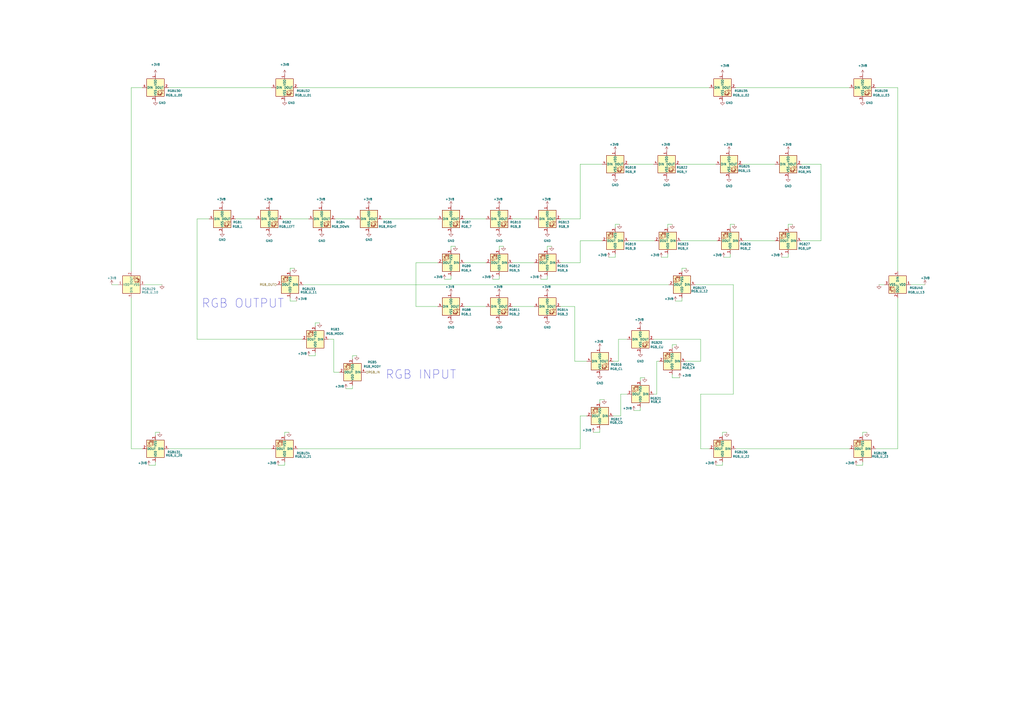
<source format=kicad_sch>
(kicad_sch (version 20211123) (generator eeschema)

  (uuid e4ef1a37-1a83-455e-8607-d08582154b5a)

  (paper "A2")

  (lib_symbols
    (symbol "LED:WS2812B" (pin_names (offset 0.254)) (in_bom yes) (on_board yes)
      (property "Reference" "D" (id 0) (at 5.08 5.715 0)
        (effects (font (size 1.27 1.27)) (justify right bottom))
      )
      (property "Value" "WS2812B" (id 1) (at 1.27 -5.715 0)
        (effects (font (size 1.27 1.27)) (justify left top))
      )
      (property "Footprint" "LED_SMD:LED_WS2812B_PLCC4_5.0x5.0mm_P3.2mm" (id 2) (at 1.27 -7.62 0)
        (effects (font (size 1.27 1.27)) (justify left top) hide)
      )
      (property "Datasheet" "https://cdn-shop.adafruit.com/datasheets/WS2812B.pdf" (id 3) (at 2.54 -9.525 0)
        (effects (font (size 1.27 1.27)) (justify left top) hide)
      )
      (property "ki_keywords" "RGB LED NeoPixel addressable" (id 4) (at 0 0 0)
        (effects (font (size 1.27 1.27)) hide)
      )
      (property "ki_description" "RGB LED with integrated controller" (id 5) (at 0 0 0)
        (effects (font (size 1.27 1.27)) hide)
      )
      (property "ki_fp_filters" "LED*WS2812*PLCC*5.0x5.0mm*P3.2mm*" (id 6) (at 0 0 0)
        (effects (font (size 1.27 1.27)) hide)
      )
      (symbol "WS2812B_0_0"
        (text "RGB" (at 2.286 -4.191 0)
          (effects (font (size 0.762 0.762)))
        )
      )
      (symbol "WS2812B_0_1"
        (polyline
          (pts
            (xy 1.27 -3.556)
            (xy 1.778 -3.556)
          )
          (stroke (width 0) (type default) (color 0 0 0 0))
          (fill (type none))
        )
        (polyline
          (pts
            (xy 1.27 -2.54)
            (xy 1.778 -2.54)
          )
          (stroke (width 0) (type default) (color 0 0 0 0))
          (fill (type none))
        )
        (polyline
          (pts
            (xy 4.699 -3.556)
            (xy 2.667 -3.556)
          )
          (stroke (width 0) (type default) (color 0 0 0 0))
          (fill (type none))
        )
        (polyline
          (pts
            (xy 2.286 -2.54)
            (xy 1.27 -3.556)
            (xy 1.27 -3.048)
          )
          (stroke (width 0) (type default) (color 0 0 0 0))
          (fill (type none))
        )
        (polyline
          (pts
            (xy 2.286 -1.524)
            (xy 1.27 -2.54)
            (xy 1.27 -2.032)
          )
          (stroke (width 0) (type default) (color 0 0 0 0))
          (fill (type none))
        )
        (polyline
          (pts
            (xy 3.683 -1.016)
            (xy 3.683 -3.556)
            (xy 3.683 -4.064)
          )
          (stroke (width 0) (type default) (color 0 0 0 0))
          (fill (type none))
        )
        (polyline
          (pts
            (xy 4.699 -1.524)
            (xy 2.667 -1.524)
            (xy 3.683 -3.556)
            (xy 4.699 -1.524)
          )
          (stroke (width 0) (type default) (color 0 0 0 0))
          (fill (type none))
        )
        (rectangle (start 5.08 5.08) (end -5.08 -5.08)
          (stroke (width 0.254) (type default) (color 0 0 0 0))
          (fill (type background))
        )
      )
      (symbol "WS2812B_1_1"
        (pin power_in line (at 0 7.62 270) (length 2.54)
          (name "VDD" (effects (font (size 1.27 1.27))))
          (number "1" (effects (font (size 1.27 1.27))))
        )
        (pin output line (at 7.62 0 180) (length 2.54)
          (name "DOUT" (effects (font (size 1.27 1.27))))
          (number "2" (effects (font (size 1.27 1.27))))
        )
        (pin power_in line (at 0 -7.62 90) (length 2.54)
          (name "VSS" (effects (font (size 1.27 1.27))))
          (number "3" (effects (font (size 1.27 1.27))))
        )
        (pin input line (at -7.62 0 0) (length 2.54)
          (name "DIN" (effects (font (size 1.27 1.27))))
          (number "4" (effects (font (size 1.27 1.27))))
        )
      )
    )
    (symbol "power:+3V8" (power) (pin_names (offset 0)) (in_bom yes) (on_board yes)
      (property "Reference" "#PWR" (id 0) (at 0 -3.81 0)
        (effects (font (size 1.27 1.27)) hide)
      )
      (property "Value" "+3V8" (id 1) (at 0 3.556 0)
        (effects (font (size 1.27 1.27)))
      )
      (property "Footprint" "" (id 2) (at 0 0 0)
        (effects (font (size 1.27 1.27)) hide)
      )
      (property "Datasheet" "" (id 3) (at 0 0 0)
        (effects (font (size 1.27 1.27)) hide)
      )
      (property "ki_keywords" "power-flag" (id 4) (at 0 0 0)
        (effects (font (size 1.27 1.27)) hide)
      )
      (property "ki_description" "Power symbol creates a global label with name \"+3V8\"" (id 5) (at 0 0 0)
        (effects (font (size 1.27 1.27)) hide)
      )
      (symbol "+3V8_0_1"
        (polyline
          (pts
            (xy -0.762 1.27)
            (xy 0 2.54)
          )
          (stroke (width 0) (type default) (color 0 0 0 0))
          (fill (type none))
        )
        (polyline
          (pts
            (xy 0 0)
            (xy 0 2.54)
          )
          (stroke (width 0) (type default) (color 0 0 0 0))
          (fill (type none))
        )
        (polyline
          (pts
            (xy 0 2.54)
            (xy 0.762 1.27)
          )
          (stroke (width 0) (type default) (color 0 0 0 0))
          (fill (type none))
        )
      )
      (symbol "+3V8_1_1"
        (pin power_in line (at 0 0 90) (length 0) hide
          (name "+3V8" (effects (font (size 1.27 1.27))))
          (number "1" (effects (font (size 1.27 1.27))))
        )
      )
    )
    (symbol "power:GND" (power) (pin_names (offset 0)) (in_bom yes) (on_board yes)
      (property "Reference" "#PWR" (id 0) (at 0 -6.35 0)
        (effects (font (size 1.27 1.27)) hide)
      )
      (property "Value" "GND" (id 1) (at 0 -3.81 0)
        (effects (font (size 1.27 1.27)))
      )
      (property "Footprint" "" (id 2) (at 0 0 0)
        (effects (font (size 1.27 1.27)) hide)
      )
      (property "Datasheet" "" (id 3) (at 0 0 0)
        (effects (font (size 1.27 1.27)) hide)
      )
      (property "ki_keywords" "power-flag" (id 4) (at 0 0 0)
        (effects (font (size 1.27 1.27)) hide)
      )
      (property "ki_description" "Power symbol creates a global label with name \"GND\" , ground" (id 5) (at 0 0 0)
        (effects (font (size 1.27 1.27)) hide)
      )
      (symbol "GND_0_1"
        (polyline
          (pts
            (xy 0 0)
            (xy 0 -1.27)
            (xy 1.27 -1.27)
            (xy 0 -2.54)
            (xy -1.27 -1.27)
            (xy 0 -1.27)
          )
          (stroke (width 0) (type default) (color 0 0 0 0))
          (fill (type none))
        )
      )
      (symbol "GND_1_1"
        (pin power_in line (at 0 0 270) (length 0) hide
          (name "GND" (effects (font (size 1.27 1.27))))
          (number "1" (effects (font (size 1.27 1.27))))
        )
      )
    )
  )


  (wire (pts (xy 457.2 149.225) (xy 453.39 149.225))
    (stroke (width 0) (type default) (color 0 0 0 0))
    (uuid 019ab1b9-0367-4c5f-9340-3abf9257c1cd)
  )
  (wire (pts (xy 241.3 152.4) (xy 241.3 177.8))
    (stroke (width 0) (type default) (color 0 0 0 0))
    (uuid 02267760-1ef7-4739-8ee1-81d7c70a52c9)
  )
  (wire (pts (xy 359.41 130.175) (xy 356.87 130.175))
    (stroke (width 0) (type default) (color 0 0 0 0))
    (uuid 03853abf-5f9f-4876-a8d3-4fd5613501c2)
  )
  (wire (pts (xy 392.43 200.025) (xy 389.89 200.025))
    (stroke (width 0) (type default) (color 0 0 0 0))
    (uuid 0390b9f8-d1c2-4bd3-9d9b-83c4c3c52226)
  )
  (wire (pts (xy 261.62 161.925) (xy 257.81 161.925))
    (stroke (width 0) (type default) (color 0 0 0 0))
    (uuid 04e806b8-6748-43ef-9049-134c10cd7684)
  )
  (wire (pts (xy 381 209.55) (xy 382.27 209.55))
    (stroke (width 0) (type default) (color 0 0 0 0))
    (uuid 051215ed-ad77-474a-9702-a61262697fb0)
  )
  (wire (pts (xy 349.25 139.7) (xy 336.55 139.7))
    (stroke (width 0) (type default) (color 0 0 0 0))
    (uuid 0748ff2d-9c4d-4dd0-90da-4f58839e8b4f)
  )
  (wire (pts (xy 356.87 149.225) (xy 353.06 149.225))
    (stroke (width 0) (type default) (color 0 0 0 0))
    (uuid 07bbe606-aaef-4439-bb8c-af265f9692e1)
  )
  (wire (pts (xy 168.275 155.575) (xy 168.275 157.48))
    (stroke (width 0) (type default) (color 0 0 0 0))
    (uuid 08282414-dfc7-468e-b7f1-83971ab146c3)
  )
  (wire (pts (xy 194.31 127) (xy 206.375 127))
    (stroke (width 0) (type default) (color 0 0 0 0))
    (uuid 0ad6a035-54ff-4bb7-bd92-2e593c69f90b)
  )
  (wire (pts (xy 165.1 269.875) (xy 161.29 269.875))
    (stroke (width 0) (type default) (color 0 0 0 0))
    (uuid 0ad77fca-c230-42f5-b15c-5d1caf860503)
  )
  (wire (pts (xy 426.72 50.8) (xy 492.76 50.8))
    (stroke (width 0) (type default) (color 0 0 0 0))
    (uuid 0bb33b03-c500-4593-9bdd-5e6fe6fd3998)
  )
  (wire (pts (xy 333.375 209.55) (xy 340.36 209.55))
    (stroke (width 0) (type default) (color 0 0 0 0))
    (uuid 0f3ffa91-1731-42ea-95d1-ef791720d225)
  )
  (wire (pts (xy 336.55 95.25) (xy 349.25 95.25))
    (stroke (width 0) (type default) (color 0 0 0 0))
    (uuid 10057713-ee5c-4c98-8e51-1dbe63a5db9d)
  )
  (wire (pts (xy 182.88 204.47) (xy 182.88 206.375))
    (stroke (width 0) (type default) (color 0 0 0 0))
    (uuid 10ceb71b-3c02-42c7-abb7-2932aa619ea3)
  )
  (wire (pts (xy 389.89 217.17) (xy 389.89 219.075))
    (stroke (width 0) (type default) (color 0 0 0 0))
    (uuid 12849b6a-3959-4416-a996-2776aa9805c7)
  )
  (wire (pts (xy 387.35 149.225) (xy 383.54 149.225))
    (stroke (width 0) (type default) (color 0 0 0 0))
    (uuid 1324bc20-44fc-4dd1-b638-0b9d2df4e069)
  )
  (wire (pts (xy 419.1 267.97) (xy 419.1 269.875))
    (stroke (width 0) (type default) (color 0 0 0 0))
    (uuid 169a5193-1daf-4488-bcb4-03fe5587d49f)
  )
  (wire (pts (xy 289.56 160.02) (xy 289.56 161.925))
    (stroke (width 0) (type default) (color 0 0 0 0))
    (uuid 199d271d-106c-4f1e-b7b3-2c84790db842)
  )
  (wire (pts (xy 395.605 172.72) (xy 395.605 174.625))
    (stroke (width 0) (type default) (color 0 0 0 0))
    (uuid 1a56a74c-6355-43c5-a809-50cb6c122f6b)
  )
  (wire (pts (xy 347.98 250.825) (xy 344.17 250.825))
    (stroke (width 0) (type default) (color 0 0 0 0))
    (uuid 1bb670da-eb69-4d8c-b53a-58e8853e8c3f)
  )
  (wire (pts (xy 336.55 152.4) (xy 325.12 152.4))
    (stroke (width 0) (type default) (color 0 0 0 0))
    (uuid 1e684492-31e9-4bcd-a9e2-67baaf8a3791)
  )
  (wire (pts (xy 502.92 250.825) (xy 500.38 250.825))
    (stroke (width 0) (type default) (color 0 0 0 0))
    (uuid 1fbd8567-a1b4-480e-aa24-0e0659ce8849)
  )
  (wire (pts (xy 114.3 127) (xy 121.285 127))
    (stroke (width 0) (type default) (color 0 0 0 0))
    (uuid 23e28ea6-b437-4a7f-9f8c-30403a3c022f)
  )
  (wire (pts (xy 97.79 50.8) (xy 157.48 50.8))
    (stroke (width 0) (type default) (color 0 0 0 0))
    (uuid 24de08fe-9fa8-4a21-9a32-51cf28b934f9)
  )
  (wire (pts (xy 76.2 157.48) (xy 76.2 50.8))
    (stroke (width 0) (type default) (color 0 0 0 0))
    (uuid 29697bfc-8193-443a-ab75-f57abc184fd0)
  )
  (wire (pts (xy 350.52 231.775) (xy 347.98 231.775))
    (stroke (width 0) (type default) (color 0 0 0 0))
    (uuid 2b1fa5aa-6376-4a97-a355-b28bb9810e13)
  )
  (wire (pts (xy 425.45 165.1) (xy 403.225 165.1))
    (stroke (width 0) (type default) (color 0 0 0 0))
    (uuid 2f84da5d-5451-4de9-9388-854dd1b2e7e0)
  )
  (wire (pts (xy 269.24 152.4) (xy 281.94 152.4))
    (stroke (width 0) (type default) (color 0 0 0 0))
    (uuid 300a4cd9-f860-4444-935e-9fc3f1e315ae)
  )
  (wire (pts (xy 355.6 209.55) (xy 358.775 209.55))
    (stroke (width 0) (type default) (color 0 0 0 0))
    (uuid 347f3264-f96b-434a-a8f3-810868c96d2b)
  )
  (wire (pts (xy 423.545 130.175) (xy 423.545 132.08))
    (stroke (width 0) (type default) (color 0 0 0 0))
    (uuid 3682ba0d-b04d-4cfb-98e1-e20a57afc747)
  )
  (wire (pts (xy 325.12 177.8) (xy 333.375 177.8))
    (stroke (width 0) (type default) (color 0 0 0 0))
    (uuid 3aaf9808-c9f7-4d89-95ea-e4f791d2177d)
  )
  (wire (pts (xy 317.5 142.875) (xy 317.5 144.78))
    (stroke (width 0) (type default) (color 0 0 0 0))
    (uuid 3b8822dd-c3c5-409e-a22e-d12421eddf21)
  )
  (wire (pts (xy 83.82 165.1) (xy 93.98 165.1))
    (stroke (width 0) (type default) (color 0 0 0 0))
    (uuid 3c302770-3ac6-4291-9303-8cf5cfa3589b)
  )
  (wire (pts (xy 297.18 127) (xy 309.88 127))
    (stroke (width 0) (type default) (color 0 0 0 0))
    (uuid 3e1dac92-d7f5-48d7-a127-e8667b431490)
  )
  (wire (pts (xy 426.72 260.35) (xy 492.76 260.35))
    (stroke (width 0) (type default) (color 0 0 0 0))
    (uuid 40525116-d95e-4516-b5c3-f76d5e6cdecf)
  )
  (wire (pts (xy 317.5 160.02) (xy 317.5 161.925))
    (stroke (width 0) (type default) (color 0 0 0 0))
    (uuid 42e385f7-6744-4b7c-9e1c-d68ffaf5d33c)
  )
  (wire (pts (xy 398.145 155.575) (xy 395.605 155.575))
    (stroke (width 0) (type default) (color 0 0 0 0))
    (uuid 46d2eecd-fa87-4b27-8d04-e0aebd6fac04)
  )
  (wire (pts (xy 221.615 127) (xy 254 127))
    (stroke (width 0) (type default) (color 0 0 0 0))
    (uuid 4a683185-2281-4f80-9a3c-9054b191d22a)
  )
  (wire (pts (xy 193.675 196.85) (xy 190.5 196.85))
    (stroke (width 0) (type default) (color 0 0 0 0))
    (uuid 4d04f95f-e263-4131-b379-f8cdb7ab93b4)
  )
  (wire (pts (xy 464.82 95.25) (xy 476.25 95.25))
    (stroke (width 0) (type default) (color 0 0 0 0))
    (uuid 4d96a3d9-6be8-4265-a41b-687e04c9fec7)
  )
  (wire (pts (xy 500.38 269.875) (xy 496.57 269.875))
    (stroke (width 0) (type default) (color 0 0 0 0))
    (uuid 4f2a6082-3a43-4aef-9533-f489515df871)
  )
  (wire (pts (xy 97.79 260.35) (xy 157.48 260.35))
    (stroke (width 0) (type default) (color 0 0 0 0))
    (uuid 4fb29711-aa36-40c6-879d-4466737491d2)
  )
  (wire (pts (xy 336.55 260.35) (xy 172.72 260.35))
    (stroke (width 0) (type default) (color 0 0 0 0))
    (uuid 539da508-18fa-467b-960c-e4570fdba0d8)
  )
  (wire (pts (xy 476.25 139.7) (xy 464.82 139.7))
    (stroke (width 0) (type default) (color 0 0 0 0))
    (uuid 53a07fb0-40b7-4289-a78f-e9376da3d4d7)
  )
  (wire (pts (xy 423.545 149.225) (xy 419.735 149.225))
    (stroke (width 0) (type default) (color 0 0 0 0))
    (uuid 59e30355-844e-4a81-82ae-d5e4530a1c41)
  )
  (wire (pts (xy 358.775 196.85) (xy 363.855 196.85))
    (stroke (width 0) (type default) (color 0 0 0 0))
    (uuid 5b035a8b-d17f-41ac-90f0-9a1747140a27)
  )
  (wire (pts (xy 317.5 161.925) (xy 313.69 161.925))
    (stroke (width 0) (type default) (color 0 0 0 0))
    (uuid 5b228a55-e052-4144-8e3e-0369cc25567d)
  )
  (wire (pts (xy 457.2 130.175) (xy 457.2 132.08))
    (stroke (width 0) (type default) (color 0 0 0 0))
    (uuid 5c680f1e-9b39-4d4b-b9db-59ded7ea1f87)
  )
  (wire (pts (xy 425.45 165.1) (xy 425.45 228.6))
    (stroke (width 0) (type default) (color 0 0 0 0))
    (uuid 5ea1bc5a-7f32-41aa-be35-2fd94d95de27)
  )
  (wire (pts (xy 363.855 228.6) (xy 360.045 228.6))
    (stroke (width 0) (type default) (color 0 0 0 0))
    (uuid 5ec76933-7ece-48a0-a978-842ae2c16235)
  )
  (wire (pts (xy 241.3 177.8) (xy 254 177.8))
    (stroke (width 0) (type default) (color 0 0 0 0))
    (uuid 5ee4043f-b9c9-448c-bacc-6df16a15a565)
  )
  (wire (pts (xy 411.48 260.35) (xy 406.4 260.35))
    (stroke (width 0) (type default) (color 0 0 0 0))
    (uuid 6069c973-fabc-4529-9cc8-181549dafcd6)
  )
  (wire (pts (xy 360.045 241.3) (xy 355.6 241.3))
    (stroke (width 0) (type default) (color 0 0 0 0))
    (uuid 6128d8c1-887f-4004-90b8-8b25eaf69c44)
  )
  (wire (pts (xy 261.62 142.875) (xy 261.62 144.78))
    (stroke (width 0) (type default) (color 0 0 0 0))
    (uuid 63681b07-b2d6-4ce7-a232-cffd358cc1c1)
  )
  (wire (pts (xy 207.01 206.375) (xy 204.47 206.375))
    (stroke (width 0) (type default) (color 0 0 0 0))
    (uuid 659ed917-8d78-4fea-8c14-8d13d0e6622c)
  )
  (wire (pts (xy 406.4 196.85) (xy 406.4 209.55))
    (stroke (width 0) (type default) (color 0 0 0 0))
    (uuid 688631fa-c320-4a6e-b2b2-484f4509225b)
  )
  (wire (pts (xy 204.47 225.425) (xy 200.66 225.425))
    (stroke (width 0) (type default) (color 0 0 0 0))
    (uuid 6a8c7f47-0826-4cc1-8eff-bcccc5813959)
  )
  (wire (pts (xy 406.4 228.6) (xy 425.45 228.6))
    (stroke (width 0) (type default) (color 0 0 0 0))
    (uuid 6ce0c20a-85dc-48bf-961f-b8e3859353c4)
  )
  (wire (pts (xy 423.545 147.32) (xy 423.545 149.225))
    (stroke (width 0) (type default) (color 0 0 0 0))
    (uuid 715a482a-84ce-4c0d-8bf4-4d08f24e6200)
  )
  (wire (pts (xy 371.475 219.075) (xy 371.475 220.98))
    (stroke (width 0) (type default) (color 0 0 0 0))
    (uuid 775f451b-2b3d-47b4-9f70-9f143bbf732a)
  )
  (wire (pts (xy 289.56 161.925) (xy 285.75 161.925))
    (stroke (width 0) (type default) (color 0 0 0 0))
    (uuid 77db71eb-a41f-483e-816a-c9a92f8a90b4)
  )
  (wire (pts (xy 358.775 209.55) (xy 358.775 196.85))
    (stroke (width 0) (type default) (color 0 0 0 0))
    (uuid 77f85f51-e97d-4f26-ba76-6d3b2c8f943c)
  )
  (wire (pts (xy 336.55 127) (xy 336.55 95.25))
    (stroke (width 0) (type default) (color 0 0 0 0))
    (uuid 78b20f49-e4b4-484e-89b7-dc1565b63709)
  )
  (wire (pts (xy 182.88 206.375) (xy 179.07 206.375))
    (stroke (width 0) (type default) (color 0 0 0 0))
    (uuid 7ec8e9af-5a78-4434-916d-9d4a48401222)
  )
  (wire (pts (xy 136.525 127) (xy 148.59 127))
    (stroke (width 0) (type default) (color 0 0 0 0))
    (uuid 7fa4ecfb-d154-4529-be68-c586e62f82e4)
  )
  (wire (pts (xy 347.98 248.92) (xy 347.98 250.825))
    (stroke (width 0) (type default) (color 0 0 0 0))
    (uuid 89b7041f-2cad-44bf-8c7c-97ce7d6261e6)
  )
  (wire (pts (xy 185.42 187.325) (xy 182.88 187.325))
    (stroke (width 0) (type default) (color 0 0 0 0))
    (uuid 8a265341-b414-4153-83ec-f470971a90af)
  )
  (wire (pts (xy 419.1 250.825) (xy 419.1 252.73))
    (stroke (width 0) (type default) (color 0 0 0 0))
    (uuid 8acef686-e2e2-4708-b194-2e3fac89e8b3)
  )
  (wire (pts (xy 395.605 155.575) (xy 395.605 157.48))
    (stroke (width 0) (type default) (color 0 0 0 0))
    (uuid 8c4b8994-bafc-44cd-a089-13a429ebb8f7)
  )
  (wire (pts (xy 292.1 142.875) (xy 289.56 142.875))
    (stroke (width 0) (type default) (color 0 0 0 0))
    (uuid 90675d1c-173a-4039-a5b3-dc6773fc004f)
  )
  (wire (pts (xy 167.64 250.825) (xy 165.1 250.825))
    (stroke (width 0) (type default) (color 0 0 0 0))
    (uuid 90d9ce51-a2d6-447e-b76c-2616a58c14d9)
  )
  (wire (pts (xy 90.17 267.97) (xy 90.17 269.875))
    (stroke (width 0) (type default) (color 0 0 0 0))
    (uuid 91baa4b2-0931-49ad-9420-1442d1c27953)
  )
  (wire (pts (xy 430.53 95.25) (xy 449.58 95.25))
    (stroke (width 0) (type default) (color 0 0 0 0))
    (uuid 91df5c7d-9778-4030-93f8-219c38344a5b)
  )
  (wire (pts (xy 289.56 142.875) (xy 289.56 144.78))
    (stroke (width 0) (type default) (color 0 0 0 0))
    (uuid 9215c300-49f1-4f41-8eb0-c1f859a20344)
  )
  (wire (pts (xy 406.4 209.55) (xy 397.51 209.55))
    (stroke (width 0) (type default) (color 0 0 0 0))
    (uuid 94a2af0e-fa46-42cd-aa99-9a6d72c23349)
  )
  (wire (pts (xy 165.1 250.825) (xy 165.1 252.73))
    (stroke (width 0) (type default) (color 0 0 0 0))
    (uuid 966a2eb2-4cea-4b7c-a348-b69d5845f4e2)
  )
  (wire (pts (xy 379.095 196.85) (xy 406.4 196.85))
    (stroke (width 0) (type default) (color 0 0 0 0))
    (uuid 98457d1e-7f06-47e9-8aa9-daa10817109c)
  )
  (wire (pts (xy 371.475 238.125) (xy 367.665 238.125))
    (stroke (width 0) (type default) (color 0 0 0 0))
    (uuid 994fb263-2043-4c48-bf63-b1b587ab48df)
  )
  (wire (pts (xy 389.89 130.175) (xy 387.35 130.175))
    (stroke (width 0) (type default) (color 0 0 0 0))
    (uuid 9961a1e4-fa67-47dc-9ab6-0af56569336f)
  )
  (wire (pts (xy 509.905 165.1) (xy 513.08 165.1))
    (stroke (width 0) (type default) (color 0 0 0 0))
    (uuid 99f5d27f-fd57-460d-aff4-c1c2d9b26733)
  )
  (wire (pts (xy 90.17 250.825) (xy 90.17 252.73))
    (stroke (width 0) (type default) (color 0 0 0 0))
    (uuid 9a87daf1-c75e-4256-824c-23b4079a974c)
  )
  (wire (pts (xy 182.88 187.325) (xy 182.88 189.23))
    (stroke (width 0) (type default) (color 0 0 0 0))
    (uuid 9b0c63ff-5e8a-44a6-9101-472fde5013f5)
  )
  (wire (pts (xy 520.7 172.72) (xy 520.7 260.35))
    (stroke (width 0) (type default) (color 0 0 0 0))
    (uuid 9b16f0ab-fd69-4c30-bd03-c2bbd9a697fa)
  )
  (wire (pts (xy 168.275 172.72) (xy 168.275 174.625))
    (stroke (width 0) (type default) (color 0 0 0 0))
    (uuid 9ebab0e9-4ed3-46df-9f74-77cd506879e2)
  )
  (wire (pts (xy 336.55 139.7) (xy 336.55 152.4))
    (stroke (width 0) (type default) (color 0 0 0 0))
    (uuid a19a86fe-613b-4907-bccc-262736f0ca87)
  )
  (wire (pts (xy 347.98 231.775) (xy 347.98 233.68))
    (stroke (width 0) (type default) (color 0 0 0 0))
    (uuid a2208736-2069-416d-9f8c-310e8b2b5dba)
  )
  (wire (pts (xy 374.015 219.075) (xy 371.475 219.075))
    (stroke (width 0) (type default) (color 0 0 0 0))
    (uuid a494cc82-06f7-4148-8262-1bbd8197dc98)
  )
  (wire (pts (xy 175.26 196.85) (xy 114.3 196.85))
    (stroke (width 0) (type default) (color 0 0 0 0))
    (uuid a61469b6-cdb3-4e55-ac30-4ea4e0733930)
  )
  (wire (pts (xy 168.275 174.625) (xy 172.085 174.625))
    (stroke (width 0) (type default) (color 0 0 0 0))
    (uuid a726ba13-8a27-4242-91b5-8e2e2014e94d)
  )
  (wire (pts (xy 297.18 152.4) (xy 309.88 152.4))
    (stroke (width 0) (type default) (color 0 0 0 0))
    (uuid a7fd00c7-6b6f-4e4e-a2b8-bc9a54d02d91)
  )
  (wire (pts (xy 76.2 260.35) (xy 76.2 172.72))
    (stroke (width 0) (type default) (color 0 0 0 0))
    (uuid a8340786-61c5-4b76-b1ac-df675e4a6640)
  )
  (wire (pts (xy 193.675 215.9) (xy 193.675 196.85))
    (stroke (width 0) (type default) (color 0 0 0 0))
    (uuid a9a144e3-a1d4-4b13-bb7a-3ff0c3905ecb)
  )
  (wire (pts (xy 333.375 177.8) (xy 333.375 209.55))
    (stroke (width 0) (type default) (color 0 0 0 0))
    (uuid adc6fd41-860a-41b4-88c4-997fbde6da27)
  )
  (wire (pts (xy 394.335 95.25) (xy 415.29 95.25))
    (stroke (width 0) (type default) (color 0 0 0 0))
    (uuid ade645d1-446f-474f-bb32-01309acbc677)
  )
  (wire (pts (xy 114.3 196.85) (xy 114.3 127))
    (stroke (width 0) (type default) (color 0 0 0 0))
    (uuid ae214a63-c858-4c70-99d8-af94ec843e1e)
  )
  (wire (pts (xy 421.64 250.825) (xy 419.1 250.825))
    (stroke (width 0) (type default) (color 0 0 0 0))
    (uuid b1130c5b-4d59-4e11-858d-a6ee0e0323d2)
  )
  (wire (pts (xy 269.24 127) (xy 281.94 127))
    (stroke (width 0) (type default) (color 0 0 0 0))
    (uuid b349cd9b-0c74-4fd1-80f7-e9c8f2272606)
  )
  (wire (pts (xy 356.87 130.175) (xy 356.87 132.08))
    (stroke (width 0) (type default) (color 0 0 0 0))
    (uuid b43c2ca0-14c9-45ef-90c1-3af00af25fb7)
  )
  (wire (pts (xy 320.04 142.875) (xy 317.5 142.875))
    (stroke (width 0) (type default) (color 0 0 0 0))
    (uuid b5b534bc-c393-4e10-b4a8-7bf72014bec1)
  )
  (wire (pts (xy 82.55 260.35) (xy 76.2 260.35))
    (stroke (width 0) (type default) (color 0 0 0 0))
    (uuid b6e136ab-311e-4d09-8ccf-21d58b9279d7)
  )
  (wire (pts (xy 356.87 147.32) (xy 356.87 149.225))
    (stroke (width 0) (type default) (color 0 0 0 0))
    (uuid b78b89c0-3475-4a39-b7e9-dd633e0a0bb8)
  )
  (wire (pts (xy 163.83 127) (xy 179.07 127))
    (stroke (width 0) (type default) (color 0 0 0 0))
    (uuid b8acc189-ba40-415e-84ed-7f27e6313183)
  )
  (wire (pts (xy 394.97 139.7) (xy 415.925 139.7))
    (stroke (width 0) (type default) (color 0 0 0 0))
    (uuid ba917810-4feb-4adc-ae78-75b754d1c304)
  )
  (wire (pts (xy 508 50.8) (xy 520.7 50.8))
    (stroke (width 0) (type default) (color 0 0 0 0))
    (uuid baa590e9-910d-43e8-b4a4-3ecb93bd4b4b)
  )
  (wire (pts (xy 457.2 147.32) (xy 457.2 149.225))
    (stroke (width 0) (type default) (color 0 0 0 0))
    (uuid bce8f4b9-8122-42b4-88ac-9d515ae5353e)
  )
  (wire (pts (xy 340.36 241.3) (xy 336.55 241.3))
    (stroke (width 0) (type default) (color 0 0 0 0))
    (uuid be592e9d-4e96-436e-8272-feb5ded036e2)
  )
  (wire (pts (xy 387.35 130.175) (xy 387.35 132.08))
    (stroke (width 0) (type default) (color 0 0 0 0))
    (uuid c0106531-a7e8-4fcf-8384-164890542fbe)
  )
  (wire (pts (xy 500.38 267.97) (xy 500.38 269.875))
    (stroke (width 0) (type default) (color 0 0 0 0))
    (uuid c139ac24-86a6-493d-ba3c-e2f6afba4925)
  )
  (wire (pts (xy 371.475 236.22) (xy 371.475 238.125))
    (stroke (width 0) (type default) (color 0 0 0 0))
    (uuid c309662a-69a4-4bc4-a939-55553cc68042)
  )
  (wire (pts (xy 459.74 130.175) (xy 457.2 130.175))
    (stroke (width 0) (type default) (color 0 0 0 0))
    (uuid c32d10f0-bb3b-4977-956a-c8261f87b3d8)
  )
  (wire (pts (xy 165.1 267.97) (xy 165.1 269.875))
    (stroke (width 0) (type default) (color 0 0 0 0))
    (uuid c3e3a4e4-9cd9-49ed-a0a1-0f408a65b938)
  )
  (wire (pts (xy 508 260.35) (xy 520.7 260.35))
    (stroke (width 0) (type default) (color 0 0 0 0))
    (uuid c422fa45-b1e0-4622-80e6-73d1b42f9683)
  )
  (wire (pts (xy 387.35 147.32) (xy 387.35 149.225))
    (stroke (width 0) (type default) (color 0 0 0 0))
    (uuid cab188b9-f7db-4ffa-a07c-fc7410c75aee)
  )
  (wire (pts (xy 364.49 95.25) (xy 379.095 95.25))
    (stroke (width 0) (type default) (color 0 0 0 0))
    (uuid cc96e799-cb4d-4fba-b91d-e7f76d9fd377)
  )
  (wire (pts (xy 175.895 165.1) (xy 387.985 165.1))
    (stroke (width 0) (type default) (color 0 0 0 0))
    (uuid cf228991-6403-4938-a47a-2b17d3df43c6)
  )
  (wire (pts (xy 170.815 155.575) (xy 168.275 155.575))
    (stroke (width 0) (type default) (color 0 0 0 0))
    (uuid cf8e206b-15fa-4a23-bbab-c1625a790742)
  )
  (wire (pts (xy 395.605 174.625) (xy 391.795 174.625))
    (stroke (width 0) (type default) (color 0 0 0 0))
    (uuid d28e9bbf-f981-460a-b9c4-79a8974c2928)
  )
  (wire (pts (xy 406.4 260.35) (xy 406.4 228.6))
    (stroke (width 0) (type default) (color 0 0 0 0))
    (uuid d53dedf3-68f6-4191-9570-4afea4d879d4)
  )
  (wire (pts (xy 204.47 206.375) (xy 204.47 208.28))
    (stroke (width 0) (type default) (color 0 0 0 0))
    (uuid d647ca28-f61a-4343-a74b-f9494f80bcb5)
  )
  (wire (pts (xy 92.71 250.825) (xy 90.17 250.825))
    (stroke (width 0) (type default) (color 0 0 0 0))
    (uuid d6eb9e01-3604-4606-882e-aff61f627f5a)
  )
  (wire (pts (xy 196.85 215.9) (xy 193.675 215.9))
    (stroke (width 0) (type default) (color 0 0 0 0))
    (uuid d72422ab-95a3-4243-bcd7-6489d7e779a8)
  )
  (wire (pts (xy 297.18 177.8) (xy 309.88 177.8))
    (stroke (width 0) (type default) (color 0 0 0 0))
    (uuid d7970214-0deb-4494-b851-0a603079f5c3)
  )
  (wire (pts (xy 389.89 200.025) (xy 389.89 201.93))
    (stroke (width 0) (type default) (color 0 0 0 0))
    (uuid d811c0a7-93ce-4541-b9b4-c2b17998116b)
  )
  (wire (pts (xy 389.89 219.075) (xy 394.335 219.075))
    (stroke (width 0) (type default) (color 0 0 0 0))
    (uuid db6e1038-76af-456f-9442-eaf00f72f11b)
  )
  (wire (pts (xy 336.55 241.3) (xy 336.55 260.35))
    (stroke (width 0) (type default) (color 0 0 0 0))
    (uuid dc3b3b0e-128d-4cdb-9ceb-0e2d778b1c81)
  )
  (wire (pts (xy 76.2 50.8) (xy 82.55 50.8))
    (stroke (width 0) (type default) (color 0 0 0 0))
    (uuid dc423152-e866-4dde-a16d-3ac760a19374)
  )
  (wire (pts (xy 426.085 130.175) (xy 423.545 130.175))
    (stroke (width 0) (type default) (color 0 0 0 0))
    (uuid dd16dd3a-8d9a-4655-a605-0ebddc0d6713)
  )
  (wire (pts (xy 325.12 127) (xy 336.55 127))
    (stroke (width 0) (type default) (color 0 0 0 0))
    (uuid de18ba15-8234-476d-be3d-ce1460beb3ac)
  )
  (wire (pts (xy 476.25 95.25) (xy 476.25 139.7))
    (stroke (width 0) (type default) (color 0 0 0 0))
    (uuid df8fff2e-697e-4b59-ad5e-1e2c67b1fc82)
  )
  (wire (pts (xy 360.045 228.6) (xy 360.045 241.3))
    (stroke (width 0) (type default) (color 0 0 0 0))
    (uuid e16a0e8e-b269-4b1c-a65a-a41facdd9981)
  )
  (wire (pts (xy 172.72 50.8) (xy 411.48 50.8))
    (stroke (width 0) (type default) (color 0 0 0 0))
    (uuid e2213003-708b-469f-aecb-424962df31c9)
  )
  (wire (pts (xy 261.62 160.02) (xy 261.62 161.925))
    (stroke (width 0) (type default) (color 0 0 0 0))
    (uuid e3168bab-e36a-4e0b-aeec-a5a81b655462)
  )
  (wire (pts (xy 204.47 223.52) (xy 204.47 225.425))
    (stroke (width 0) (type default) (color 0 0 0 0))
    (uuid e32c1318-6f43-4406-bb53-90a04ecb35cc)
  )
  (wire (pts (xy 264.16 142.875) (xy 261.62 142.875))
    (stroke (width 0) (type default) (color 0 0 0 0))
    (uuid e3325782-a615-4995-acb9-36e6028c1932)
  )
  (wire (pts (xy 431.165 139.7) (xy 449.58 139.7))
    (stroke (width 0) (type default) (color 0 0 0 0))
    (uuid e3e784d6-b9a1-4b67-9fdb-83511dc80d4f)
  )
  (wire (pts (xy 528.32 165.1) (xy 536.575 165.1))
    (stroke (width 0) (type default) (color 0 0 0 0))
    (uuid e527f28c-6367-48f8-a8b6-9d769ae6a97a)
  )
  (wire (pts (xy 381 228.6) (xy 381 209.55))
    (stroke (width 0) (type default) (color 0 0 0 0))
    (uuid e9e16321-27d1-4b8e-b02b-89411be1b966)
  )
  (wire (pts (xy 379.095 228.6) (xy 381 228.6))
    (stroke (width 0) (type default) (color 0 0 0 0))
    (uuid ea8d6795-249c-4b86-b90e-6cbba5beabfc)
  )
  (wire (pts (xy 364.49 139.7) (xy 379.73 139.7))
    (stroke (width 0) (type default) (color 0 0 0 0))
    (uuid ebdaf548-23a6-4ffd-9d12-4c9ad590b372)
  )
  (wire (pts (xy 520.7 50.8) (xy 520.7 157.48))
    (stroke (width 0) (type default) (color 0 0 0 0))
    (uuid ecfbf4d9-ae53-40ab-9055-25a9c3e2d76b)
  )
  (wire (pts (xy 254 152.4) (xy 241.3 152.4))
    (stroke (width 0) (type default) (color 0 0 0 0))
    (uuid efd296a1-6f3e-4860-bf7d-534a1f54c9b3)
  )
  (wire (pts (xy 269.24 177.8) (xy 281.94 177.8))
    (stroke (width 0) (type default) (color 0 0 0 0))
    (uuid f191bdc2-84b2-40cf-8e8a-6db51e48c603)
  )
  (wire (pts (xy 419.1 269.875) (xy 415.29 269.875))
    (stroke (width 0) (type default) (color 0 0 0 0))
    (uuid f369229f-e55d-4949-82cc-a0c0e3273d20)
  )
  (wire (pts (xy 90.17 269.875) (xy 86.36 269.875))
    (stroke (width 0) (type default) (color 0 0 0 0))
    (uuid f488bc0d-0f9e-42af-a7de-8677f9baa69d)
  )
  (wire (pts (xy 64.77 165.1) (xy 68.58 165.1))
    (stroke (width 0) (type default) (color 0 0 0 0))
    (uuid fa59155e-0924-4c1a-b205-f082be6903de)
  )
  (wire (pts (xy 500.38 250.825) (xy 500.38 252.73))
    (stroke (width 0) (type default) (color 0 0 0 0))
    (uuid fbc08958-73e4-41b9-ace8-1a1222b5a22f)
  )

  (text "RGB OUTPUT" (at 116.84 179.07 0)
    (effects (font (size 5.08 5.08)) (justify left bottom))
    (uuid 9f69eee5-be96-427e-8ff1-6262abc11fe9)
  )
  (text "RGB INPUT" (at 223.52 220.345 0)
    (effects (font (size 5.08 5.08)) (justify left bottom))
    (uuid c908bc63-04fa-4675-9fe1-96959e23b1b6)
  )

  (hierarchical_label "RGB_OUT" (shape input) (at 160.655 165.1 180)
    (effects (font (size 1.27 1.27)) (justify right))
    (uuid 754fd93d-9265-424f-9f7c-4c58f760ce10)
  )
  (hierarchical_label "RGB_IN" (shape input) (at 212.09 215.9 0)
    (effects (font (size 1.27 1.27)) (justify left))
    (uuid fbbe87c5-1279-4698-a5a3-8a80ee189356)
  )

  (symbol (lib_id "power:GND") (at 207.01 206.375 0) (unit 1)
    (in_bom yes) (on_board yes) (fields_autoplaced)
    (uuid 0058d361-8fbf-4983-9092-4c57dffbcbfd)
    (property "Reference" "#PWR0122" (id 0) (at 207.01 212.725 0)
      (effects (font (size 1.27 1.27)) hide)
    )
    (property "Value" "GND" (id 1) (at 207.01 211.455 0)
      (effects (font (size 1.27 1.27)) hide)
    )
    (property "Footprint" "" (id 2) (at 207.01 206.375 0)
      (effects (font (size 1.27 1.27)) hide)
    )
    (property "Datasheet" "" (id 3) (at 207.01 206.375 0)
      (effects (font (size 1.27 1.27)) hide)
    )
    (pin "1" (uuid 74eaa358-fcd6-4447-85a0-fc2999fa8041))
  )

  (symbol (lib_id "power:GND") (at 186.69 134.62 0) (unit 1)
    (in_bom yes) (on_board yes) (fields_autoplaced)
    (uuid 02093216-f62c-42bf-ae75-9fe89a34e9cc)
    (property "Reference" "#PWR0155" (id 0) (at 186.69 140.97 0)
      (effects (font (size 1.27 1.27)) hide)
    )
    (property "Value" "GND" (id 1) (at 186.69 139.7 0))
    (property "Footprint" "" (id 2) (at 186.69 134.62 0)
      (effects (font (size 1.27 1.27)) hide)
    )
    (property "Datasheet" "" (id 3) (at 186.69 134.62 0)
      (effects (font (size 1.27 1.27)) hide)
    )
    (pin "1" (uuid 44255ec7-c9f1-4f61-b8cd-f61ff34043c5))
  )

  (symbol (lib_id "power:+3V8") (at 156.21 119.38 0) (unit 1)
    (in_bom yes) (on_board yes)
    (uuid 04771c98-38d5-45ec-b1e1-dedc438aaa1b)
    (property "Reference" "#PWR0128" (id 0) (at 156.21 123.19 0)
      (effects (font (size 1.27 1.27)) hide)
    )
    (property "Value" "+3V8" (id 1) (at 155.575 115.57 0))
    (property "Footprint" "" (id 2) (at 156.21 119.38 0)
      (effects (font (size 1.27 1.27)) hide)
    )
    (property "Datasheet" "" (id 3) (at 156.21 119.38 0)
      (effects (font (size 1.27 1.27)) hide)
    )
    (pin "1" (uuid ac26f895-de9f-4cd8-a79d-19111873ce1e))
  )

  (symbol (lib_id "power:+3V8") (at 317.5 170.18 0) (unit 1)
    (in_bom yes) (on_board yes)
    (uuid 0628b0cc-0348-42f8-b971-ded1318afe43)
    (property "Reference" "#PWR0169" (id 0) (at 317.5 173.99 0)
      (effects (font (size 1.27 1.27)) hide)
    )
    (property "Value" "+3V8" (id 1) (at 316.865 166.37 0))
    (property "Footprint" "" (id 2) (at 317.5 170.18 0)
      (effects (font (size 1.27 1.27)) hide)
    )
    (property "Datasheet" "" (id 3) (at 317.5 170.18 0)
      (effects (font (size 1.27 1.27)) hide)
    )
    (pin "1" (uuid 91307827-acc4-48b4-9e5b-67ab8aa23fa3))
  )

  (symbol (lib_id "power:+3V8") (at 179.07 206.375 0) (unit 1)
    (in_bom yes) (on_board yes)
    (uuid 077c4613-cdf9-41bc-9371-7b2dce0343b8)
    (property "Reference" "#PWR0139" (id 0) (at 179.07 210.185 0)
      (effects (font (size 1.27 1.27)) hide)
    )
    (property "Value" "+3V8" (id 1) (at 172.72 205.105 0)
      (effects (font (size 1.27 1.27)) (justify left))
    )
    (property "Footprint" "" (id 2) (at 179.07 206.375 0)
      (effects (font (size 1.27 1.27)) hide)
    )
    (property "Datasheet" "" (id 3) (at 179.07 206.375 0)
      (effects (font (size 1.27 1.27)) hide)
    )
    (pin "1" (uuid 4e609a88-c55c-4096-aeb7-c86ff85b0711))
  )

  (symbol (lib_id "LED:WS2812B") (at 90.17 50.8 0) (unit 1)
    (in_bom yes) (on_board yes)
    (uuid 078f6fe9-9f16-4fdf-9087-9d073953e1a9)
    (property "Reference" "RGBU30" (id 0) (at 100.965 52.705 0))
    (property "Value" "RGB_U_00" (id 1) (at 100.965 55.245 0))
    (property "Footprint" "LED_SMD:LED_WS2812B_PLCC4_5.0x5.0mm_P3.2mm" (id 2) (at 91.44 58.42 0)
      (effects (font (size 1.27 1.27)) (justify left top) hide)
    )
    (property "Datasheet" "https://cdn-shop.adafruit.com/datasheets/WS2812B.pdf" (id 3) (at 92.71 60.325 0)
      (effects (font (size 1.27 1.27)) (justify left top) hide)
    )
    (pin "1" (uuid 2ebab129-499c-47fd-92c4-a77aa9e334a9))
    (pin "2" (uuid 9ae627f8-d845-45bc-9bf7-254485f9e712))
    (pin "3" (uuid bd53914c-d19a-4d0c-a585-212e180dc3da))
    (pin "4" (uuid 5bbe5e94-c5fa-4964-84a2-8e31af98536b))
  )

  (symbol (lib_id "power:GND") (at 261.62 185.42 0) (unit 1)
    (in_bom yes) (on_board yes) (fields_autoplaced)
    (uuid 07dc1738-d39c-4c19-a2b6-e3e1d4e8bf9a)
    (property "Reference" "#PWR0120" (id 0) (at 261.62 191.77 0)
      (effects (font (size 1.27 1.27)) hide)
    )
    (property "Value" "GND" (id 1) (at 261.62 189.865 0))
    (property "Footprint" "" (id 2) (at 261.62 185.42 0)
      (effects (font (size 1.27 1.27)) hide)
    )
    (property "Datasheet" "" (id 3) (at 261.62 185.42 0)
      (effects (font (size 1.27 1.27)) hide)
    )
    (pin "1" (uuid 521432bc-e0fb-408b-8396-e5c7b3ac00bf))
  )

  (symbol (lib_id "power:GND") (at 392.43 200.025 0) (unit 1)
    (in_bom yes) (on_board yes) (fields_autoplaced)
    (uuid 08287e33-f85e-451c-a74e-bc41c32220bf)
    (property "Reference" "#PWR0168" (id 0) (at 392.43 206.375 0)
      (effects (font (size 1.27 1.27)) hide)
    )
    (property "Value" "GND" (id 1) (at 392.43 205.105 0)
      (effects (font (size 1.27 1.27)) hide)
    )
    (property "Footprint" "" (id 2) (at 392.43 200.025 0)
      (effects (font (size 1.27 1.27)) hide)
    )
    (property "Datasheet" "" (id 3) (at 392.43 200.025 0)
      (effects (font (size 1.27 1.27)) hide)
    )
    (pin "1" (uuid be55f958-58e7-4daf-b275-03b947c0d51b))
  )

  (symbol (lib_id "power:GND") (at 185.42 187.325 0) (unit 1)
    (in_bom yes) (on_board yes) (fields_autoplaced)
    (uuid 082a61ff-ba09-41a3-8c53-ff069436232a)
    (property "Reference" "#PWR0137" (id 0) (at 185.42 193.675 0)
      (effects (font (size 1.27 1.27)) hide)
    )
    (property "Value" "GND" (id 1) (at 185.42 192.405 0)
      (effects (font (size 1.27 1.27)) hide)
    )
    (property "Footprint" "" (id 2) (at 185.42 187.325 0)
      (effects (font (size 1.27 1.27)) hide)
    )
    (property "Datasheet" "" (id 3) (at 185.42 187.325 0)
      (effects (font (size 1.27 1.27)) hide)
    )
    (pin "1" (uuid 2b895951-f4d5-4f0c-9b68-861526de7589))
  )

  (symbol (lib_id "power:+3V8") (at 344.17 250.825 0) (unit 1)
    (in_bom yes) (on_board yes)
    (uuid 0a69f314-0594-4662-9b56-4d2f1ab59dba)
    (property "Reference" "#PWR0161" (id 0) (at 344.17 254.635 0)
      (effects (font (size 1.27 1.27)) hide)
    )
    (property "Value" "+3V8" (id 1) (at 337.82 249.555 0)
      (effects (font (size 1.27 1.27)) (justify left))
    )
    (property "Footprint" "" (id 2) (at 344.17 250.825 0)
      (effects (font (size 1.27 1.27)) hide)
    )
    (property "Datasheet" "" (id 3) (at 344.17 250.825 0)
      (effects (font (size 1.27 1.27)) hide)
    )
    (pin "1" (uuid 2e0e357e-d5e7-408b-b49b-8870ca665c8f))
  )

  (symbol (lib_id "power:+3V8") (at 257.81 161.925 0) (unit 1)
    (in_bom yes) (on_board yes)
    (uuid 117b6de9-3224-4bf4-b4f1-6968ef15eddb)
    (property "Reference" "#PWR0147" (id 0) (at 257.81 165.735 0)
      (effects (font (size 1.27 1.27)) hide)
    )
    (property "Value" "+3V8" (id 1) (at 251.46 160.655 0)
      (effects (font (size 1.27 1.27)) (justify left))
    )
    (property "Footprint" "" (id 2) (at 257.81 161.925 0)
      (effects (font (size 1.27 1.27)) hide)
    )
    (property "Datasheet" "" (id 3) (at 257.81 161.925 0)
      (effects (font (size 1.27 1.27)) hide)
    )
    (pin "1" (uuid 1c553ff1-eb8f-4fbd-9403-d8960d398a2d))
  )

  (symbol (lib_id "power:GND") (at 167.64 250.825 0) (unit 1)
    (in_bom yes) (on_board yes) (fields_autoplaced)
    (uuid 12092b70-7f88-4fc3-8aaf-68e219a7391a)
    (property "Reference" "#PWR0121" (id 0) (at 167.64 257.175 0)
      (effects (font (size 1.27 1.27)) hide)
    )
    (property "Value" "GND" (id 1) (at 167.64 255.905 0)
      (effects (font (size 1.27 1.27)) hide)
    )
    (property "Footprint" "" (id 2) (at 167.64 250.825 0)
      (effects (font (size 1.27 1.27)) hide)
    )
    (property "Datasheet" "" (id 3) (at 167.64 250.825 0)
      (effects (font (size 1.27 1.27)) hide)
    )
    (pin "1" (uuid 19eca689-2be3-42f1-8421-04095b0220f4))
  )

  (symbol (lib_id "LED:WS2812B") (at 76.2 165.1 90) (unit 1)
    (in_bom yes) (on_board yes)
    (uuid 146442c4-c6da-42e2-a5e9-693fbe2db64a)
    (property "Reference" "RGBU29" (id 0) (at 86.36 167.64 90))
    (property "Value" "RGB_U_10" (id 1) (at 86.995 169.545 90))
    (property "Footprint" "LED_SMD:LED_WS2812B_PLCC4_5.0x5.0mm_P3.2mm" (id 2) (at 83.82 163.83 0)
      (effects (font (size 1.27 1.27)) (justify left top) hide)
    )
    (property "Datasheet" "https://cdn-shop.adafruit.com/datasheets/WS2812B.pdf" (id 3) (at 85.725 162.56 0)
      (effects (font (size 1.27 1.27)) (justify left top) hide)
    )
    (pin "1" (uuid e2b6b2c9-ea27-48e0-b6f6-494b4ce0b921))
    (pin "2" (uuid 0ae3a4e1-113b-4a8c-b87a-8e43d5f8a364))
    (pin "3" (uuid feba5b92-0104-42ce-b47b-809312652737))
    (pin "4" (uuid 5df5cf85-5102-45c2-8c34-7d63f2078f2b))
  )

  (symbol (lib_id "power:GND") (at 92.71 250.825 0) (unit 1)
    (in_bom yes) (on_board yes) (fields_autoplaced)
    (uuid 148f531e-1c79-40a3-a19e-d731c9a71f24)
    (property "Reference" "#PWR0112" (id 0) (at 92.71 257.175 0)
      (effects (font (size 1.27 1.27)) hide)
    )
    (property "Value" "GND" (id 1) (at 92.71 255.905 0)
      (effects (font (size 1.27 1.27)) hide)
    )
    (property "Footprint" "" (id 2) (at 92.71 250.825 0)
      (effects (font (size 1.27 1.27)) hide)
    )
    (property "Datasheet" "" (id 3) (at 92.71 250.825 0)
      (effects (font (size 1.27 1.27)) hide)
    )
    (pin "1" (uuid ddd73c77-6596-45e2-a572-4601341d49d4))
  )

  (symbol (lib_id "LED:WS2812B") (at 347.98 209.55 0) (unit 1)
    (in_bom yes) (on_board yes)
    (uuid 161c26f6-ca56-4dbb-90d0-dbcfc345a192)
    (property "Reference" "RGB16" (id 0) (at 357.505 211.455 0))
    (property "Value" "RGB_CL" (id 1) (at 357.505 213.995 0))
    (property "Footprint" "LED_SMD:LED_WS2812B_PLCC4_5.0x5.0mm_P3.2mm" (id 2) (at 349.25 217.17 0)
      (effects (font (size 1.27 1.27)) (justify left top) hide)
    )
    (property "Datasheet" "https://cdn-shop.adafruit.com/datasheets/WS2812B.pdf" (id 3) (at 350.52 219.075 0)
      (effects (font (size 1.27 1.27)) (justify left top) hide)
    )
    (pin "1" (uuid 0dc621ac-586f-472b-ac4f-5eed47504979))
    (pin "2" (uuid 3d8bf61d-55d8-4110-8a1a-331c1e97219b))
    (pin "3" (uuid a54a6ae3-8b4b-4b98-bdf4-57846ee41795))
    (pin "4" (uuid 5d72f598-1f2b-4beb-bd8f-efd111d3bf4c))
  )

  (symbol (lib_id "LED:WS2812B") (at 182.88 196.85 180) (unit 1)
    (in_bom yes) (on_board yes) (fields_autoplaced)
    (uuid 1900a5ec-e5a9-4511-b7b0-60666a63af70)
    (property "Reference" "RGB3" (id 0) (at 194.31 191.0205 0))
    (property "Value" "RGB_MODX" (id 1) (at 194.31 193.5605 0))
    (property "Footprint" "LED_SMD:LED_WS2812B_PLCC4_5.0x5.0mm_P3.2mm" (id 2) (at 181.61 189.23 0)
      (effects (font (size 1.27 1.27)) (justify left top) hide)
    )
    (property "Datasheet" "https://cdn-shop.adafruit.com/datasheets/WS2812B.pdf" (id 3) (at 180.34 187.325 0)
      (effects (font (size 1.27 1.27)) (justify left top) hide)
    )
    (pin "1" (uuid 90b090eb-e32e-4e01-8c93-03a582345c6f))
    (pin "2" (uuid 7c416ef3-5101-443a-a23f-07d27a09e18b))
    (pin "3" (uuid 63a2e0a2-8da0-4f23-bb72-2d845cec5cb2))
    (pin "4" (uuid 6f5e1736-1779-428a-a0f0-8885a4bb432d))
  )

  (symbol (lib_id "power:+3V8") (at 453.39 149.225 0) (unit 1)
    (in_bom yes) (on_board yes)
    (uuid 1bd9dcd8-7fc1-409d-9212-3527f91d3d4d)
    (property "Reference" "#PWR0163" (id 0) (at 453.39 153.035 0)
      (effects (font (size 1.27 1.27)) hide)
    )
    (property "Value" "+3V8" (id 1) (at 447.04 147.955 0)
      (effects (font (size 1.27 1.27)) (justify left))
    )
    (property "Footprint" "" (id 2) (at 453.39 149.225 0)
      (effects (font (size 1.27 1.27)) hide)
    )
    (property "Datasheet" "" (id 3) (at 453.39 149.225 0)
      (effects (font (size 1.27 1.27)) hide)
    )
    (pin "1" (uuid 049a83ee-0c48-4bfc-a271-06e7da6ff57d))
  )

  (symbol (lib_id "LED:WS2812B") (at 90.17 260.35 180) (unit 1)
    (in_bom yes) (on_board yes)
    (uuid 1c18a096-5868-4812-863f-745c3f556ba5)
    (property "Reference" "RGBU31" (id 0) (at 100.965 262.255 0))
    (property "Value" "RGB_U_20" (id 1) (at 100.965 264.16 0))
    (property "Footprint" "LED_SMD:LED_WS2812B_PLCC4_5.0x5.0mm_P3.2mm" (id 2) (at 88.9 252.73 0)
      (effects (font (size 1.27 1.27)) (justify left top) hide)
    )
    (property "Datasheet" "https://cdn-shop.adafruit.com/datasheets/WS2812B.pdf" (id 3) (at 87.63 250.825 0)
      (effects (font (size 1.27 1.27)) (justify left top) hide)
    )
    (pin "1" (uuid f2e249b0-8102-4224-8706-1a9aa49dc1b5))
    (pin "2" (uuid 4f961d9e-f730-4f66-87dc-6b9c109b5ef4))
    (pin "3" (uuid 97966096-b469-4892-bfe3-6e538b64d913))
    (pin "4" (uuid 82fbd83a-9bab-4fd8-938d-55461b72fc29))
  )

  (symbol (lib_id "power:GND") (at 502.92 250.825 0) (unit 1)
    (in_bom yes) (on_board yes) (fields_autoplaced)
    (uuid 1cda1928-313d-48cb-8610-049c3b11617c)
    (property "Reference" "#PWR0176" (id 0) (at 502.92 257.175 0)
      (effects (font (size 1.27 1.27)) hide)
    )
    (property "Value" "GND" (id 1) (at 502.92 255.905 0)
      (effects (font (size 1.27 1.27)) hide)
    )
    (property "Footprint" "" (id 2) (at 502.92 250.825 0)
      (effects (font (size 1.27 1.27)) hide)
    )
    (property "Datasheet" "" (id 3) (at 502.92 250.825 0)
      (effects (font (size 1.27 1.27)) hide)
    )
    (pin "1" (uuid 8f2551d8-d42e-4f4e-8bcd-dbdf66b6d3c7))
  )

  (symbol (lib_id "LED:WS2812B") (at 422.91 95.25 0) (unit 1)
    (in_bom yes) (on_board yes)
    (uuid 1d6b6d95-e2e6-42b6-b060-7341e7907b07)
    (property "Reference" "RGB25" (id 0) (at 431.8 96.52 0))
    (property "Value" "RGB_LS" (id 1) (at 431.8 99.06 0))
    (property "Footprint" "LED_SMD:LED_WS2812B_PLCC4_5.0x5.0mm_P3.2mm" (id 2) (at 424.18 102.87 0)
      (effects (font (size 1.27 1.27)) (justify left top) hide)
    )
    (property "Datasheet" "https://cdn-shop.adafruit.com/datasheets/WS2812B.pdf" (id 3) (at 425.45 104.775 0)
      (effects (font (size 1.27 1.27)) (justify left top) hide)
    )
    (pin "1" (uuid c8e6eefa-7ea5-4b64-a76c-a34bf5d131d0))
    (pin "2" (uuid af13df3d-285b-4e16-b461-08ca89e4eaa8))
    (pin "3" (uuid 86fdad89-8e15-4427-a095-51625d65ce4f))
    (pin "4" (uuid efba130f-0459-4c17-b15c-d11abf91346b))
  )

  (symbol (lib_id "power:GND") (at 170.815 155.575 0) (unit 1)
    (in_bom yes) (on_board yes) (fields_autoplaced)
    (uuid 1eed7c59-0189-4b56-a721-8d4ec394086d)
    (property "Reference" "#PWR0143" (id 0) (at 170.815 161.925 0)
      (effects (font (size 1.27 1.27)) hide)
    )
    (property "Value" "GND" (id 1) (at 170.815 160.655 0)
      (effects (font (size 1.27 1.27)) hide)
    )
    (property "Footprint" "" (id 2) (at 170.815 155.575 0)
      (effects (font (size 1.27 1.27)) hide)
    )
    (property "Datasheet" "" (id 3) (at 170.815 155.575 0)
      (effects (font (size 1.27 1.27)) hide)
    )
    (pin "1" (uuid 33e93ab6-fac3-4e06-8161-f1e09d4e7aca))
  )

  (symbol (lib_id "power:+3V8") (at 536.575 165.1 0) (unit 1)
    (in_bom yes) (on_board yes)
    (uuid 27195992-3138-4f54-bfd4-2113996b2c6a)
    (property "Reference" "#PWR0166" (id 0) (at 536.575 168.91 0)
      (effects (font (size 1.27 1.27)) hide)
    )
    (property "Value" "+3V8" (id 1) (at 534.035 161.29 0)
      (effects (font (size 1.27 1.27)) (justify left))
    )
    (property "Footprint" "" (id 2) (at 536.575 165.1 0)
      (effects (font (size 1.27 1.27)) hide)
    )
    (property "Datasheet" "" (id 3) (at 536.575 165.1 0)
      (effects (font (size 1.27 1.27)) hide)
    )
    (pin "1" (uuid 255edab6-69f5-4e6a-88f3-1535315715c5))
  )

  (symbol (lib_id "power:+3V8") (at 496.57 269.875 0) (unit 1)
    (in_bom yes) (on_board yes)
    (uuid 29010817-496d-4b2d-8a06-3b7f6b06f5a0)
    (property "Reference" "#PWR0177" (id 0) (at 496.57 273.685 0)
      (effects (font (size 1.27 1.27)) hide)
    )
    (property "Value" "+3V8" (id 1) (at 490.22 268.605 0)
      (effects (font (size 1.27 1.27)) (justify left))
    )
    (property "Footprint" "" (id 2) (at 496.57 269.875 0)
      (effects (font (size 1.27 1.27)) hide)
    )
    (property "Datasheet" "" (id 3) (at 496.57 269.875 0)
      (effects (font (size 1.27 1.27)) hide)
    )
    (pin "1" (uuid ca675d7b-3c65-42da-8390-0e497701e80e))
  )

  (symbol (lib_id "LED:WS2812B") (at 261.62 127 0) (unit 1)
    (in_bom yes) (on_board yes)
    (uuid 29410532-3b21-46ca-a662-3dadda4f73c2)
    (property "Reference" "RGB7" (id 0) (at 270.51 128.905 0))
    (property "Value" "RGB_7" (id 1) (at 270.51 131.445 0))
    (property "Footprint" "LED_SMD:LED_WS2812B_PLCC4_5.0x5.0mm_P3.2mm" (id 2) (at 262.89 134.62 0)
      (effects (font (size 1.27 1.27)) (justify left top) hide)
    )
    (property "Datasheet" "https://cdn-shop.adafruit.com/datasheets/WS2812B.pdf" (id 3) (at 264.16 136.525 0)
      (effects (font (size 1.27 1.27)) (justify left top) hide)
    )
    (pin "1" (uuid de9ba00d-db4e-4226-890b-f95574972643))
    (pin "2" (uuid 61369aef-ca77-4b46-bff1-5ee21a776415))
    (pin "3" (uuid 39fa16ec-5ebf-4de5-93bd-79df8da6f9dc))
    (pin "4" (uuid 1a911321-2169-4201-9498-2fac3e08ef0e))
  )

  (symbol (lib_id "LED:WS2812B") (at 356.87 95.25 0) (unit 1)
    (in_bom yes) (on_board yes)
    (uuid 299b453c-b99a-453d-9bbf-58f86606cfa9)
    (property "Reference" "RGB18" (id 0) (at 365.76 97.155 0))
    (property "Value" "RGB_R" (id 1) (at 365.76 99.695 0))
    (property "Footprint" "LED_SMD:LED_WS2812B_PLCC4_5.0x5.0mm_P3.2mm" (id 2) (at 358.14 102.87 0)
      (effects (font (size 1.27 1.27)) (justify left top) hide)
    )
    (property "Datasheet" "https://cdn-shop.adafruit.com/datasheets/WS2812B.pdf" (id 3) (at 359.41 104.775 0)
      (effects (font (size 1.27 1.27)) (justify left top) hide)
    )
    (pin "1" (uuid 7d3adfe6-60d1-45dc-94d2-0dc07f58a112))
    (pin "2" (uuid bba9d194-d8ae-4ada-bdd5-eddfb1008143))
    (pin "3" (uuid 072a7315-0a60-427b-a363-c95cd457fda1))
    (pin "4" (uuid 4d4484d1-668f-4441-80ac-006fcff61388))
  )

  (symbol (lib_id "LED:WS2812B") (at 261.62 152.4 180) (unit 1)
    (in_bom yes) (on_board yes)
    (uuid 29ed5cc7-8368-4199-b035-7547e94a366a)
    (property "Reference" "RGB9" (id 0) (at 270.51 154.305 0))
    (property "Value" "RGB_4" (id 1) (at 270.51 156.845 0))
    (property "Footprint" "LED_SMD:LED_WS2812B_PLCC4_5.0x5.0mm_P3.2mm" (id 2) (at 260.35 144.78 0)
      (effects (font (size 1.27 1.27)) (justify left top) hide)
    )
    (property "Datasheet" "https://cdn-shop.adafruit.com/datasheets/WS2812B.pdf" (id 3) (at 259.08 142.875 0)
      (effects (font (size 1.27 1.27)) (justify left top) hide)
    )
    (pin "1" (uuid 20271696-0d3e-4947-8959-296c9a5f66f8))
    (pin "2" (uuid 65c7f0fb-8080-4306-8387-0d0ffe5f032b))
    (pin "3" (uuid 625f7a8d-fd1d-4fc0-8874-c77039d949fd))
    (pin "4" (uuid e9abe510-8d97-499c-b4a5-5d451cb4b061))
  )

  (symbol (lib_id "LED:WS2812B") (at 317.5 127 0) (unit 1)
    (in_bom yes) (on_board yes)
    (uuid 2c0da455-c5bf-4f15-9e0b-93c037ce25b2)
    (property "Reference" "RGB13" (id 0) (at 327.025 128.905 0))
    (property "Value" "RGB_9" (id 1) (at 327.025 131.445 0))
    (property "Footprint" "LED_SMD:LED_WS2812B_PLCC4_5.0x5.0mm_P3.2mm" (id 2) (at 318.77 134.62 0)
      (effects (font (size 1.27 1.27)) (justify left top) hide)
    )
    (property "Datasheet" "https://cdn-shop.adafruit.com/datasheets/WS2812B.pdf" (id 3) (at 320.04 136.525 0)
      (effects (font (size 1.27 1.27)) (justify left top) hide)
    )
    (pin "1" (uuid 2ed2a335-8f87-48ee-8253-bb63946928fd))
    (pin "2" (uuid a83ec5ad-04ce-4e2c-b89c-dd9bf17b1d85))
    (pin "3" (uuid d2b48249-6a92-4b5a-92dd-a7b6d0afc361))
    (pin "4" (uuid 7a01cf44-1ba6-4cc0-858c-d906ada27a7f))
  )

  (symbol (lib_id "power:+3V8") (at 391.795 174.625 0) (unit 1)
    (in_bom yes) (on_board yes)
    (uuid 2d7f8829-3833-4ebc-9e59-8abb9eb40a37)
    (property "Reference" "#PWR0171" (id 0) (at 391.795 178.435 0)
      (effects (font (size 1.27 1.27)) hide)
    )
    (property "Value" "+3V8" (id 1) (at 385.445 173.355 0)
      (effects (font (size 1.27 1.27)) (justify left))
    )
    (property "Footprint" "" (id 2) (at 391.795 174.625 0)
      (effects (font (size 1.27 1.27)) hide)
    )
    (property "Datasheet" "" (id 3) (at 391.795 174.625 0)
      (effects (font (size 1.27 1.27)) hide)
    )
    (pin "1" (uuid 9ccc6d76-996a-4d20-8c5f-e9a5e9b798e8))
  )

  (symbol (lib_id "power:+3V8") (at 383.54 149.225 0) (unit 1)
    (in_bom yes) (on_board yes)
    (uuid 30ba438c-a3d4-46c7-9051-af116553bb59)
    (property "Reference" "#PWR0131" (id 0) (at 383.54 153.035 0)
      (effects (font (size 1.27 1.27)) hide)
    )
    (property "Value" "+3V8" (id 1) (at 377.19 147.955 0)
      (effects (font (size 1.27 1.27)) (justify left))
    )
    (property "Footprint" "" (id 2) (at 383.54 149.225 0)
      (effects (font (size 1.27 1.27)) hide)
    )
    (property "Datasheet" "" (id 3) (at 383.54 149.225 0)
      (effects (font (size 1.27 1.27)) hide)
    )
    (pin "1" (uuid 1401127d-637c-4ac8-aa6c-f4af882e2242))
  )

  (symbol (lib_id "LED:WS2812B") (at 500.38 260.35 180) (unit 1)
    (in_bom yes) (on_board yes)
    (uuid 32353fb9-56d0-4dd2-b79c-160bc7a5fb91)
    (property "Reference" "RGBU38" (id 0) (at 510.54 262.89 0))
    (property "Value" "RGB_U_23" (id 1) (at 510.54 264.795 0))
    (property "Footprint" "LED_SMD:LED_WS2812B_PLCC4_5.0x5.0mm_P3.2mm" (id 2) (at 499.11 252.73 0)
      (effects (font (size 1.27 1.27)) (justify left top) hide)
    )
    (property "Datasheet" "https://cdn-shop.adafruit.com/datasheets/WS2812B.pdf" (id 3) (at 497.84 250.825 0)
      (effects (font (size 1.27 1.27)) (justify left top) hide)
    )
    (pin "1" (uuid 52481e05-82d9-45fb-9222-f197f33b59fc))
    (pin "2" (uuid f022b978-f1f3-4214-9b6b-ca51b6318bda))
    (pin "3" (uuid 8ae28791-8363-477c-bc39-9afcb97b1b75))
    (pin "4" (uuid 98aa15cf-4a88-4824-8f0e-20055ed00b6c))
  )

  (symbol (lib_id "power:GND") (at 398.145 155.575 0) (unit 1)
    (in_bom yes) (on_board yes) (fields_autoplaced)
    (uuid 39d3d1a4-40ee-4b9e-ab3a-20601896f383)
    (property "Reference" "#PWR0191" (id 0) (at 398.145 161.925 0)
      (effects (font (size 1.27 1.27)) hide)
    )
    (property "Value" "GND" (id 1) (at 398.145 160.655 0)
      (effects (font (size 1.27 1.27)) hide)
    )
    (property "Footprint" "" (id 2) (at 398.145 155.575 0)
      (effects (font (size 1.27 1.27)) hide)
    )
    (property "Datasheet" "" (id 3) (at 398.145 155.575 0)
      (effects (font (size 1.27 1.27)) hide)
    )
    (pin "1" (uuid 9e22ef90-eac9-4da3-b524-bdc25a9d5348))
  )

  (symbol (lib_id "power:+3V8") (at 161.29 269.875 0) (unit 1)
    (in_bom yes) (on_board yes)
    (uuid 3a94622d-0fd9-439d-9949-8968ad0c79cd)
    (property "Reference" "#PWR0119" (id 0) (at 161.29 273.685 0)
      (effects (font (size 1.27 1.27)) hide)
    )
    (property "Value" "+3V8" (id 1) (at 154.94 268.605 0)
      (effects (font (size 1.27 1.27)) (justify left))
    )
    (property "Footprint" "" (id 2) (at 161.29 269.875 0)
      (effects (font (size 1.27 1.27)) hide)
    )
    (property "Datasheet" "" (id 3) (at 161.29 269.875 0)
      (effects (font (size 1.27 1.27)) hide)
    )
    (pin "1" (uuid fe093b93-b64d-4891-9354-1d9e75aba93b))
  )

  (symbol (lib_id "power:+3V8") (at 313.69 161.925 0) (unit 1)
    (in_bom yes) (on_board yes)
    (uuid 3b87fa88-f256-448a-9c9e-583ead25fabc)
    (property "Reference" "#PWR0144" (id 0) (at 313.69 165.735 0)
      (effects (font (size 1.27 1.27)) hide)
    )
    (property "Value" "+3V8" (id 1) (at 307.34 160.655 0)
      (effects (font (size 1.27 1.27)) (justify left))
    )
    (property "Footprint" "" (id 2) (at 313.69 161.925 0)
      (effects (font (size 1.27 1.27)) hide)
    )
    (property "Datasheet" "" (id 3) (at 313.69 161.925 0)
      (effects (font (size 1.27 1.27)) hide)
    )
    (pin "1" (uuid 047e3b67-0fc9-4de2-b6d8-91c941c1a38d))
  )

  (symbol (lib_id "power:GND") (at 128.905 134.62 0) (unit 1)
    (in_bom yes) (on_board yes) (fields_autoplaced)
    (uuid 3bc7f6dd-cdcc-48ea-ab66-0583ce7f65db)
    (property "Reference" "#PWR0157" (id 0) (at 128.905 140.97 0)
      (effects (font (size 1.27 1.27)) hide)
    )
    (property "Value" "GND" (id 1) (at 128.905 139.065 0))
    (property "Footprint" "" (id 2) (at 128.905 134.62 0)
      (effects (font (size 1.27 1.27)) hide)
    )
    (property "Datasheet" "" (id 3) (at 128.905 134.62 0)
      (effects (font (size 1.27 1.27)) hide)
    )
    (pin "1" (uuid 64fe0d23-033f-4700-a4ea-6068e21edee9))
  )

  (symbol (lib_id "LED:WS2812B") (at 386.715 95.25 0) (unit 1)
    (in_bom yes) (on_board yes)
    (uuid 3c35b2a7-4c45-4c07-a44f-7ccf81e640b3)
    (property "Reference" "RGB22" (id 0) (at 395.605 97.155 0))
    (property "Value" "RGB_Y" (id 1) (at 395.605 99.695 0))
    (property "Footprint" "LED_SMD:LED_WS2812B_PLCC4_5.0x5.0mm_P3.2mm" (id 2) (at 387.985 102.87 0)
      (effects (font (size 1.27 1.27)) (justify left top) hide)
    )
    (property "Datasheet" "https://cdn-shop.adafruit.com/datasheets/WS2812B.pdf" (id 3) (at 389.255 104.775 0)
      (effects (font (size 1.27 1.27)) (justify left top) hide)
    )
    (pin "1" (uuid ee696bbb-2b18-4df3-b0d6-d0eb2fb096a6))
    (pin "2" (uuid 93218f1e-68d5-49ce-b47d-a6c487deacee))
    (pin "3" (uuid 83243017-be1c-43a7-b51e-d37bc6b5341e))
    (pin "4" (uuid 9e401f11-7ce4-45bd-ad75-ef521a00dd55))
  )

  (symbol (lib_id "LED:WS2812B") (at 423.545 139.7 180) (unit 1)
    (in_bom yes) (on_board yes)
    (uuid 3d20a5be-904a-47b9-a77b-7d860a241c7c)
    (property "Reference" "RGB26" (id 0) (at 432.435 141.605 0))
    (property "Value" "RGB_Z" (id 1) (at 432.435 144.145 0))
    (property "Footprint" "LED_SMD:LED_WS2812B_PLCC4_5.0x5.0mm_P3.2mm" (id 2) (at 422.275 132.08 0)
      (effects (font (size 1.27 1.27)) (justify left top) hide)
    )
    (property "Datasheet" "https://cdn-shop.adafruit.com/datasheets/WS2812B.pdf" (id 3) (at 421.005 130.175 0)
      (effects (font (size 1.27 1.27)) (justify left top) hide)
    )
    (pin "1" (uuid 8e919ba5-5b94-41bb-a29b-ec04fbffab35))
    (pin "2" (uuid 55886ea9-db7e-47b0-9ecc-d3f7324d8aae))
    (pin "3" (uuid 85fd9da4-bdfb-4e12-92da-becbee5c4ec7))
    (pin "4" (uuid 1a8b1e9b-f39d-49ff-a096-62eb7a51cb75))
  )

  (symbol (lib_id "power:+3V8") (at 419.1 43.18 0) (unit 1)
    (in_bom yes) (on_board yes)
    (uuid 3f7fe122-dba0-4a45-ae60-344062640c91)
    (property "Reference" "#PWR0173" (id 0) (at 419.1 46.99 0)
      (effects (font (size 1.27 1.27)) hide)
    )
    (property "Value" "+3V8" (id 1) (at 420.37 38.1 0))
    (property "Footprint" "" (id 2) (at 419.1 43.18 0)
      (effects (font (size 1.27 1.27)) hide)
    )
    (property "Datasheet" "" (id 3) (at 419.1 43.18 0)
      (effects (font (size 1.27 1.27)) hide)
    )
    (pin "1" (uuid 00340f60-db1e-4b2c-9e81-5bf2e62b3e5e))
  )

  (symbol (lib_id "power:+3V8") (at 353.06 149.225 0) (unit 1)
    (in_bom yes) (on_board yes)
    (uuid 4029c273-51be-402e-90dd-68ac3dd424f2)
    (property "Reference" "#PWR0125" (id 0) (at 353.06 153.035 0)
      (effects (font (size 1.27 1.27)) hide)
    )
    (property "Value" "+3V8" (id 1) (at 346.71 147.955 0)
      (effects (font (size 1.27 1.27)) (justify left))
    )
    (property "Footprint" "" (id 2) (at 353.06 149.225 0)
      (effects (font (size 1.27 1.27)) hide)
    )
    (property "Datasheet" "" (id 3) (at 353.06 149.225 0)
      (effects (font (size 1.27 1.27)) hide)
    )
    (pin "1" (uuid 75de7d3a-17ba-4c3c-8f22-29eacc216564))
  )

  (symbol (lib_id "power:GND") (at 386.715 102.87 0) (unit 1)
    (in_bom yes) (on_board yes) (fields_autoplaced)
    (uuid 40b135da-cba7-4d65-9d3c-04c625a2e637)
    (property "Reference" "#PWR0115" (id 0) (at 386.715 109.22 0)
      (effects (font (size 1.27 1.27)) hide)
    )
    (property "Value" "GND" (id 1) (at 386.715 107.315 0))
    (property "Footprint" "" (id 2) (at 386.715 102.87 0)
      (effects (font (size 1.27 1.27)) hide)
    )
    (property "Datasheet" "" (id 3) (at 386.715 102.87 0)
      (effects (font (size 1.27 1.27)) hide)
    )
    (pin "1" (uuid c12086df-fdde-4190-9473-f6f03fd6e02b))
  )

  (symbol (lib_id "power:+3V8") (at 186.69 119.38 0) (unit 1)
    (in_bom yes) (on_board yes)
    (uuid 447f17e2-eb4c-4835-bb33-a0fca6bd6a9a)
    (property "Reference" "#PWR0190" (id 0) (at 186.69 123.19 0)
      (effects (font (size 1.27 1.27)) hide)
    )
    (property "Value" "+3V8" (id 1) (at 186.055 115.57 0))
    (property "Footprint" "" (id 2) (at 186.69 119.38 0)
      (effects (font (size 1.27 1.27)) hide)
    )
    (property "Datasheet" "" (id 3) (at 186.69 119.38 0)
      (effects (font (size 1.27 1.27)) hide)
    )
    (pin "1" (uuid 5300b707-099f-4d6f-8c82-b91b65c4ffbc))
  )

  (symbol (lib_id "power:+3V8") (at 90.17 43.18 0) (unit 1)
    (in_bom yes) (on_board yes) (fields_autoplaced)
    (uuid 455117e5-230a-4f7f-8927-372924efff14)
    (property "Reference" "#PWR0132" (id 0) (at 90.17 46.99 0)
      (effects (font (size 1.27 1.27)) hide)
    )
    (property "Value" "+3V8" (id 1) (at 90.17 37.465 0))
    (property "Footprint" "" (id 2) (at 90.17 43.18 0)
      (effects (font (size 1.27 1.27)) hide)
    )
    (property "Datasheet" "" (id 3) (at 90.17 43.18 0)
      (effects (font (size 1.27 1.27)) hide)
    )
    (pin "1" (uuid ada21f32-6d8f-4e17-9228-62eb81910e66))
  )

  (symbol (lib_id "power:+3V8") (at 64.77 165.1 0) (unit 1)
    (in_bom yes) (on_board yes)
    (uuid 45801486-dc4d-40e4-89be-4e78bf1479bd)
    (property "Reference" "#PWR0142" (id 0) (at 64.77 168.91 0)
      (effects (font (size 1.27 1.27)) hide)
    )
    (property "Value" "+3V8" (id 1) (at 62.23 161.29 0)
      (effects (font (size 1.27 1.27)) (justify left))
    )
    (property "Footprint" "" (id 2) (at 64.77 165.1 0)
      (effects (font (size 1.27 1.27)) hide)
    )
    (property "Datasheet" "" (id 3) (at 64.77 165.1 0)
      (effects (font (size 1.27 1.27)) hide)
    )
    (pin "1" (uuid 2334e5bc-afa3-490a-a36e-6e52b07c6aad))
  )

  (symbol (lib_id "LED:WS2812B") (at 500.38 50.8 0) (unit 1)
    (in_bom yes) (on_board yes)
    (uuid 4627f6c4-9afd-45e4-89b3-a750b96ba38e)
    (property "Reference" "RGBU39" (id 0) (at 511.175 52.705 0))
    (property "Value" "RGB_U_03" (id 1) (at 511.175 55.245 0))
    (property "Footprint" "LED_SMD:LED_WS2812B_PLCC4_5.0x5.0mm_P3.2mm" (id 2) (at 501.65 58.42 0)
      (effects (font (size 1.27 1.27)) (justify left top) hide)
    )
    (property "Datasheet" "https://cdn-shop.adafruit.com/datasheets/WS2812B.pdf" (id 3) (at 502.92 60.325 0)
      (effects (font (size 1.27 1.27)) (justify left top) hide)
    )
    (pin "1" (uuid bbfdb63f-aeba-48bc-a296-a5d05b85bf17))
    (pin "2" (uuid 7353cbee-d016-4eeb-937e-59eb5d546a47))
    (pin "3" (uuid 6b547e0e-a718-48c6-83da-5fc3e51b89d1))
    (pin "4" (uuid e4067c52-4c86-4156-bba7-6aec3240d914))
  )

  (symbol (lib_id "power:+3V8") (at 394.335 219.075 0) (unit 1)
    (in_bom yes) (on_board yes)
    (uuid 4657bb76-da7d-4a27-8a9c-d670fde7b1ce)
    (property "Reference" "#PWR0180" (id 0) (at 394.335 222.885 0)
      (effects (font (size 1.27 1.27)) hide)
    )
    (property "Value" "+3V8" (id 1) (at 395.605 217.805 0)
      (effects (font (size 1.27 1.27)) (justify left))
    )
    (property "Footprint" "" (id 2) (at 394.335 219.075 0)
      (effects (font (size 1.27 1.27)) hide)
    )
    (property "Datasheet" "" (id 3) (at 394.335 219.075 0)
      (effects (font (size 1.27 1.27)) hide)
    )
    (pin "1" (uuid 903d7c5e-4584-43b8-83ae-b7ee5535cf68))
  )

  (symbol (lib_id "power:+3V8") (at 419.735 149.225 0) (unit 1)
    (in_bom yes) (on_board yes)
    (uuid 47a5d412-1544-46fc-9d0c-c7873f9542f4)
    (property "Reference" "#PWR0187" (id 0) (at 419.735 153.035 0)
      (effects (font (size 1.27 1.27)) hide)
    )
    (property "Value" "+3V8" (id 1) (at 413.385 147.955 0)
      (effects (font (size 1.27 1.27)) (justify left))
    )
    (property "Footprint" "" (id 2) (at 419.735 149.225 0)
      (effects (font (size 1.27 1.27)) hide)
    )
    (property "Datasheet" "" (id 3) (at 419.735 149.225 0)
      (effects (font (size 1.27 1.27)) hide)
    )
    (pin "1" (uuid 77a8cecd-460b-4b44-b809-377df24ef136))
  )

  (symbol (lib_id "power:GND") (at 289.56 134.62 0) (unit 1)
    (in_bom yes) (on_board yes) (fields_autoplaced)
    (uuid 4c44f46a-f024-40b3-bdac-a4ce155d1033)
    (property "Reference" "#PWR0140" (id 0) (at 289.56 140.97 0)
      (effects (font (size 1.27 1.27)) hide)
    )
    (property "Value" "GND" (id 1) (at 289.56 139.7 0))
    (property "Footprint" "" (id 2) (at 289.56 134.62 0)
      (effects (font (size 1.27 1.27)) hide)
    )
    (property "Datasheet" "" (id 3) (at 289.56 134.62 0)
      (effects (font (size 1.27 1.27)) hide)
    )
    (pin "1" (uuid 3074d3a1-35a6-4e3b-a9db-bfbb36607d53))
  )

  (symbol (lib_id "power:+3V8") (at 289.56 170.18 0) (unit 1)
    (in_bom yes) (on_board yes)
    (uuid 4cbb3d63-eff7-4cfb-ada7-57326ac02312)
    (property "Reference" "#PWR0165" (id 0) (at 289.56 173.99 0)
      (effects (font (size 1.27 1.27)) hide)
    )
    (property "Value" "+3V8" (id 1) (at 288.925 166.37 0))
    (property "Footprint" "" (id 2) (at 289.56 170.18 0)
      (effects (font (size 1.27 1.27)) hide)
    )
    (property "Datasheet" "" (id 3) (at 289.56 170.18 0)
      (effects (font (size 1.27 1.27)) hide)
    )
    (pin "1" (uuid 99bd3c6e-0b83-4095-8b57-32ad6d6c9425))
  )

  (symbol (lib_id "power:+3V8") (at 422.91 87.63 0) (unit 1)
    (in_bom yes) (on_board yes)
    (uuid 4d46f9ba-43c7-4a30-be61-3fd144acef3a)
    (property "Reference" "#PWR0181" (id 0) (at 422.91 91.44 0)
      (effects (font (size 1.27 1.27)) hide)
    )
    (property "Value" "+3V8" (id 1) (at 422.275 83.82 0))
    (property "Footprint" "" (id 2) (at 422.91 87.63 0)
      (effects (font (size 1.27 1.27)) hide)
    )
    (property "Datasheet" "" (id 3) (at 422.91 87.63 0)
      (effects (font (size 1.27 1.27)) hide)
    )
    (pin "1" (uuid 78175859-4a13-4672-a972-a5ebb091ebcd))
  )

  (symbol (lib_id "power:GND") (at 261.62 134.62 0) (unit 1)
    (in_bom yes) (on_board yes)
    (uuid 5577c6d8-ad7d-4aca-aa1a-5b2ffb30e730)
    (property "Reference" "#PWR0127" (id 0) (at 261.62 140.97 0)
      (effects (font (size 1.27 1.27)) hide)
    )
    (property "Value" "GND" (id 1) (at 261.62 139.7 0))
    (property "Footprint" "" (id 2) (at 261.62 134.62 0)
      (effects (font (size 1.27 1.27)) hide)
    )
    (property "Datasheet" "" (id 3) (at 261.62 134.62 0)
      (effects (font (size 1.27 1.27)) hide)
    )
    (pin "1" (uuid 0176d54f-57d9-4329-8071-c9bfd26ece31))
  )

  (symbol (lib_id "power:GND") (at 90.17 58.42 0) (unit 1)
    (in_bom yes) (on_board yes)
    (uuid 580a9aca-ffa6-4f53-b418-ab7ac3fb9bd6)
    (property "Reference" "#PWR0188" (id 0) (at 90.17 64.77 0)
      (effects (font (size 1.27 1.27)) hide)
    )
    (property "Value" "GND" (id 1) (at 92.075 59.6899 0)
      (effects (font (size 1.27 1.27)) (justify left))
    )
    (property "Footprint" "" (id 2) (at 90.17 58.42 0)
      (effects (font (size 1.27 1.27)) hide)
    )
    (property "Datasheet" "" (id 3) (at 90.17 58.42 0)
      (effects (font (size 1.27 1.27)) hide)
    )
    (pin "1" (uuid 42640e53-1495-4762-9ed7-a5f8fad78013))
  )

  (symbol (lib_id "LED:WS2812B") (at 165.1 50.8 0) (unit 1)
    (in_bom yes) (on_board yes)
    (uuid 5b4d4273-6127-4e3a-aeca-03bdb32d1f23)
    (property "Reference" "RGBU32" (id 0) (at 175.895 52.705 0))
    (property "Value" "RGB_U_01" (id 1) (at 175.895 55.245 0))
    (property "Footprint" "LED_SMD:LED_WS2812B_PLCC4_5.0x5.0mm_P3.2mm" (id 2) (at 166.37 58.42 0)
      (effects (font (size 1.27 1.27)) (justify left top) hide)
    )
    (property "Datasheet" "https://cdn-shop.adafruit.com/datasheets/WS2812B.pdf" (id 3) (at 167.64 60.325 0)
      (effects (font (size 1.27 1.27)) (justify left top) hide)
    )
    (pin "1" (uuid 6a32ae4e-d6f5-4979-991a-7ba2b6d66442))
    (pin "2" (uuid 05d85202-3d89-4be6-bbd5-fbc59d8a71a0))
    (pin "3" (uuid f4fec940-084b-43e7-8212-a43e1ea7c544))
    (pin "4" (uuid 81d8bf96-6f30-4bc3-8489-e36e3cf24b3d))
  )

  (symbol (lib_id "LED:WS2812B") (at 204.47 215.9 180) (unit 1)
    (in_bom yes) (on_board yes) (fields_autoplaced)
    (uuid 5b73cbb1-59e6-45d3-9058-5a35959ea6fc)
    (property "Reference" "RGB5" (id 0) (at 215.9 210.0705 0))
    (property "Value" "RGB_MODY" (id 1) (at 215.9 212.6105 0))
    (property "Footprint" "LED_SMD:LED_WS2812B_PLCC4_5.0x5.0mm_P3.2mm" (id 2) (at 203.2 208.28 0)
      (effects (font (size 1.27 1.27)) (justify left top) hide)
    )
    (property "Datasheet" "https://cdn-shop.adafruit.com/datasheets/WS2812B.pdf" (id 3) (at 201.93 206.375 0)
      (effects (font (size 1.27 1.27)) (justify left top) hide)
    )
    (pin "1" (uuid a035681e-df9e-4f21-8d09-f5f6fc126322))
    (pin "2" (uuid d72d08e4-b555-4e8e-ad11-7fccc9a764e5))
    (pin "3" (uuid 224067d7-d73d-4651-817e-5437e48d9ce3))
    (pin "4" (uuid ff24fb0a-b16e-4d3c-b007-550c79402c06))
  )

  (symbol (lib_id "power:+3V8") (at 317.5 119.38 0) (unit 1)
    (in_bom yes) (on_board yes)
    (uuid 5f262bd1-7e3f-4ffa-a858-e125f00fa92b)
    (property "Reference" "#PWR0151" (id 0) (at 317.5 123.19 0)
      (effects (font (size 1.27 1.27)) hide)
    )
    (property "Value" "+3V8" (id 1) (at 316.865 115.57 0))
    (property "Footprint" "" (id 2) (at 317.5 119.38 0)
      (effects (font (size 1.27 1.27)) hide)
    )
    (property "Datasheet" "" (id 3) (at 317.5 119.38 0)
      (effects (font (size 1.27 1.27)) hide)
    )
    (pin "1" (uuid 9f6741d5-c14d-4e01-8350-7d1d40c4555e))
  )

  (symbol (lib_id "LED:WS2812B") (at 520.7 165.1 270) (unit 1)
    (in_bom yes) (on_board yes)
    (uuid 63e4466a-d2e2-4f23-8187-4308790f87cd)
    (property "Reference" "RGBU40" (id 0) (at 531.495 167.005 90))
    (property "Value" "RGB_U_13" (id 1) (at 531.495 169.545 90))
    (property "Footprint" "LED_SMD:LED_WS2812B_PLCC4_5.0x5.0mm_P3.2mm" (id 2) (at 513.08 166.37 0)
      (effects (font (size 1.27 1.27)) (justify left top) hide)
    )
    (property "Datasheet" "https://cdn-shop.adafruit.com/datasheets/WS2812B.pdf" (id 3) (at 511.175 167.64 0)
      (effects (font (size 1.27 1.27)) (justify left top) hide)
    )
    (pin "1" (uuid bd979b98-244c-44e1-85d5-d9bd2079a94b))
    (pin "2" (uuid c07297a9-530f-4e80-9a60-5dce03a593f2))
    (pin "3" (uuid 32ffccc1-49ba-4c3d-865f-497e770b8fed))
    (pin "4" (uuid d29b2669-9121-4e57-89c8-cd0c91ca026f))
  )

  (symbol (lib_id "LED:WS2812B") (at 168.275 165.1 180) (unit 1)
    (in_bom yes) (on_board yes)
    (uuid 6abc3e98-540d-4206-ae25-07f8a7e77609)
    (property "Reference" "RGBU33" (id 0) (at 179.07 167.64 0))
    (property "Value" "RGB_U_11" (id 1) (at 179.07 169.545 0))
    (property "Footprint" "LED_SMD:LED_WS2812B_PLCC4_5.0x5.0mm_P3.2mm" (id 2) (at 167.005 157.48 0)
      (effects (font (size 1.27 1.27)) (justify left top) hide)
    )
    (property "Datasheet" "https://cdn-shop.adafruit.com/datasheets/WS2812B.pdf" (id 3) (at 165.735 155.575 0)
      (effects (font (size 1.27 1.27)) (justify left top) hide)
    )
    (pin "1" (uuid 418a8029-ab07-45dd-bfdf-cc9596de5045))
    (pin "2" (uuid 210aa0fb-09c4-4114-9a8a-ab50077149e0))
    (pin "3" (uuid 93f34455-3c4f-41f0-97c9-5f95656e31b5))
    (pin "4" (uuid cc112520-3874-4378-914f-81a3b4c620ef))
  )

  (symbol (lib_id "power:GND") (at 389.89 130.175 0) (unit 1)
    (in_bom yes) (on_board yes) (fields_autoplaced)
    (uuid 6bffdc0c-eab0-4804-bcb1-203d8e80ca4d)
    (property "Reference" "#PWR0186" (id 0) (at 389.89 136.525 0)
      (effects (font (size 1.27 1.27)) hide)
    )
    (property "Value" "GND" (id 1) (at 389.89 135.255 0)
      (effects (font (size 1.27 1.27)) hide)
    )
    (property "Footprint" "" (id 2) (at 389.89 130.175 0)
      (effects (font (size 1.27 1.27)) hide)
    )
    (property "Datasheet" "" (id 3) (at 389.89 130.175 0)
      (effects (font (size 1.27 1.27)) hide)
    )
    (pin "1" (uuid 1aad52e5-489b-43f5-b5b8-94f0a6fa5db8))
  )

  (symbol (lib_id "LED:WS2812B") (at 457.2 95.25 0) (unit 1)
    (in_bom yes) (on_board yes)
    (uuid 6c3ca16c-d575-4d93-9688-e02725d685d4)
    (property "Reference" "RGB28" (id 0) (at 466.725 97.155 0))
    (property "Value" "RGB_MS" (id 1) (at 466.725 99.695 0))
    (property "Footprint" "LED_SMD:LED_WS2812B_PLCC4_5.0x5.0mm_P3.2mm" (id 2) (at 458.47 102.87 0)
      (effects (font (size 1.27 1.27)) (justify left top) hide)
    )
    (property "Datasheet" "https://cdn-shop.adafruit.com/datasheets/WS2812B.pdf" (id 3) (at 459.74 104.775 0)
      (effects (font (size 1.27 1.27)) (justify left top) hide)
    )
    (pin "1" (uuid 745e1f9e-db48-4ead-91c9-1621c7ca32da))
    (pin "2" (uuid 35bdb48f-27ca-46ad-93d1-27aa29a1a6ee))
    (pin "3" (uuid 01ae5bb3-7f12-4e07-8869-e27fcb3be680))
    (pin "4" (uuid 77b349c2-553f-446e-a3a6-7a6610d15a0c))
  )

  (symbol (lib_id "LED:WS2812B") (at 289.56 152.4 180) (unit 1)
    (in_bom yes) (on_board yes)
    (uuid 6d262123-a258-499e-af0b-cbcf2e0d703d)
    (property "Reference" "RGB12" (id 0) (at 298.45 154.305 0))
    (property "Value" "RGB_5" (id 1) (at 298.45 156.845 0))
    (property "Footprint" "LED_SMD:LED_WS2812B_PLCC4_5.0x5.0mm_P3.2mm" (id 2) (at 288.29 144.78 0)
      (effects (font (size 1.27 1.27)) (justify left top) hide)
    )
    (property "Datasheet" "https://cdn-shop.adafruit.com/datasheets/WS2812B.pdf" (id 3) (at 287.02 142.875 0)
      (effects (font (size 1.27 1.27)) (justify left top) hide)
    )
    (pin "1" (uuid f486101a-bc89-449b-89e9-f3cee28cdd73))
    (pin "2" (uuid 2f081eb2-1e61-4bba-a145-c870dc55e097))
    (pin "3" (uuid 8f83b034-8c6f-452d-b0ab-73e8573f814d))
    (pin "4" (uuid b7e631e5-89a3-4f5b-bd3b-58958fca7090))
  )

  (symbol (lib_id "power:+3V8") (at 86.36 269.875 0) (unit 1)
    (in_bom yes) (on_board yes)
    (uuid 7082f453-ccfd-4f0f-b1db-78fe622a1224)
    (property "Reference" "#PWR0116" (id 0) (at 86.36 273.685 0)
      (effects (font (size 1.27 1.27)) hide)
    )
    (property "Value" "+3V8" (id 1) (at 80.01 268.605 0)
      (effects (font (size 1.27 1.27)) (justify left))
    )
    (property "Footprint" "" (id 2) (at 86.36 269.875 0)
      (effects (font (size 1.27 1.27)) hide)
    )
    (property "Datasheet" "" (id 3) (at 86.36 269.875 0)
      (effects (font (size 1.27 1.27)) hide)
    )
    (pin "1" (uuid 2c63e709-3896-42ec-bd9e-f1218f753545))
  )

  (symbol (lib_id "power:+3V8") (at 165.1 43.18 0) (unit 1)
    (in_bom yes) (on_board yes) (fields_autoplaced)
    (uuid 73adf492-b508-42c4-8797-68bb6aeb55d0)
    (property "Reference" "#PWR0134" (id 0) (at 165.1 46.99 0)
      (effects (font (size 1.27 1.27)) hide)
    )
    (property "Value" "+3V8" (id 1) (at 165.1 37.465 0))
    (property "Footprint" "" (id 2) (at 165.1 43.18 0)
      (effects (font (size 1.27 1.27)) hide)
    )
    (property "Datasheet" "" (id 3) (at 165.1 43.18 0)
      (effects (font (size 1.27 1.27)) hide)
    )
    (pin "1" (uuid 0b9d04e8-3741-4995-8384-36080d9fa40d))
  )

  (symbol (lib_id "power:+3V8") (at 261.62 170.18 0) (unit 1)
    (in_bom yes) (on_board yes)
    (uuid 77012e0a-a2c2-4da9-8791-09ad6ccad8c8)
    (property "Reference" "#PWR0170" (id 0) (at 261.62 173.99 0)
      (effects (font (size 1.27 1.27)) hide)
    )
    (property "Value" "+3V8" (id 1) (at 260.985 166.37 0))
    (property "Footprint" "" (id 2) (at 261.62 170.18 0)
      (effects (font (size 1.27 1.27)) hide)
    )
    (property "Datasheet" "" (id 3) (at 261.62 170.18 0)
      (effects (font (size 1.27 1.27)) hide)
    )
    (pin "1" (uuid 2a45a917-5f91-4d07-a1b1-d3185c2974a7))
  )

  (symbol (lib_id "power:+3V8") (at 200.66 225.425 0) (unit 1)
    (in_bom yes) (on_board yes)
    (uuid 79faa6b1-2dd7-40b3-a00f-1da2ff5a84f3)
    (property "Reference" "#PWR0136" (id 0) (at 200.66 229.235 0)
      (effects (font (size 1.27 1.27)) hide)
    )
    (property "Value" "+3V8" (id 1) (at 194.31 224.155 0)
      (effects (font (size 1.27 1.27)) (justify left))
    )
    (property "Footprint" "" (id 2) (at 200.66 225.425 0)
      (effects (font (size 1.27 1.27)) hide)
    )
    (property "Datasheet" "" (id 3) (at 200.66 225.425 0)
      (effects (font (size 1.27 1.27)) hide)
    )
    (pin "1" (uuid dea67f20-45fb-4cf8-8d9c-0add06509920))
  )

  (symbol (lib_id "LED:WS2812B") (at 371.475 196.85 0) (unit 1)
    (in_bom yes) (on_board yes)
    (uuid 8063a6f1-5f32-43d5-a53f-ad8705a7f667)
    (property "Reference" "RGB20" (id 0) (at 381 198.755 0))
    (property "Value" "RGB_CU" (id 1) (at 381 201.295 0))
    (property "Footprint" "LED_SMD:LED_WS2812B_PLCC4_5.0x5.0mm_P3.2mm" (id 2) (at 372.745 204.47 0)
      (effects (font (size 1.27 1.27)) (justify left top) hide)
    )
    (property "Datasheet" "https://cdn-shop.adafruit.com/datasheets/WS2812B.pdf" (id 3) (at 374.015 206.375 0)
      (effects (font (size 1.27 1.27)) (justify left top) hide)
    )
    (pin "1" (uuid d690d8a7-7df6-4adb-b48c-fe11d16068e2))
    (pin "2" (uuid 56675d22-8a10-4902-9e34-134bef5bd9d5))
    (pin "3" (uuid c2dc43c8-4978-4e5a-8ce3-88925d019050))
    (pin "4" (uuid f9301354-ac55-4c69-94a0-e95c29206b6c))
  )

  (symbol (lib_id "LED:WS2812B") (at 156.21 127 0) (unit 1)
    (in_bom yes) (on_board yes)
    (uuid 81ce6daa-d622-40ff-adff-3b645eebbaa1)
    (property "Reference" "RGB2" (id 0) (at 166.37 128.905 0))
    (property "Value" "RGB_LEFT" (id 1) (at 166.37 131.445 0))
    (property "Footprint" "LED_SMD:LED_WS2812B_PLCC4_5.0x5.0mm_P3.2mm" (id 2) (at 157.48 134.62 0)
      (effects (font (size 1.27 1.27)) (justify left top) hide)
    )
    (property "Datasheet" "https://cdn-shop.adafruit.com/datasheets/WS2812B.pdf" (id 3) (at 158.75 136.525 0)
      (effects (font (size 1.27 1.27)) (justify left top) hide)
    )
    (pin "1" (uuid bfb2de69-b4bb-4e3e-aa61-06fc4f67e63b))
    (pin "2" (uuid 1e6e84f4-4eff-4a47-b8ea-bc82aa959894))
    (pin "3" (uuid 3ba943a5-21bf-4183-9ca3-b489b0aebfe4))
    (pin "4" (uuid 8ab53a48-8670-43c2-a638-6524ca5c6e42))
  )

  (symbol (lib_id "power:GND") (at 93.98 165.1 0) (unit 1)
    (in_bom yes) (on_board yes) (fields_autoplaced)
    (uuid 81d52ec6-61ff-471e-b3cd-d4c32c9f0a73)
    (property "Reference" "#PWR0124" (id 0) (at 93.98 171.45 0)
      (effects (font (size 1.27 1.27)) hide)
    )
    (property "Value" "GND" (id 1) (at 93.98 170.18 0)
      (effects (font (size 1.27 1.27)) hide)
    )
    (property "Footprint" "" (id 2) (at 93.98 165.1 0)
      (effects (font (size 1.27 1.27)) hide)
    )
    (property "Datasheet" "" (id 3) (at 93.98 165.1 0)
      (effects (font (size 1.27 1.27)) hide)
    )
    (pin "1" (uuid bd5a4bf7-db48-40c5-b267-91e54e3cbc5b))
  )

  (symbol (lib_id "power:GND") (at 421.64 250.825 0) (unit 1)
    (in_bom yes) (on_board yes) (fields_autoplaced)
    (uuid 85ad556b-0a37-4aa3-a1af-3d61608765fe)
    (property "Reference" "#PWR0183" (id 0) (at 421.64 257.175 0)
      (effects (font (size 1.27 1.27)) hide)
    )
    (property "Value" "GND" (id 1) (at 421.64 255.905 0)
      (effects (font (size 1.27 1.27)) hide)
    )
    (property "Footprint" "" (id 2) (at 421.64 250.825 0)
      (effects (font (size 1.27 1.27)) hide)
    )
    (property "Datasheet" "" (id 3) (at 421.64 250.825 0)
      (effects (font (size 1.27 1.27)) hide)
    )
    (pin "1" (uuid 9a50af5e-45f0-4e50-b2d8-371ecc63d583))
  )

  (symbol (lib_id "LED:WS2812B") (at 419.1 50.8 0) (unit 1)
    (in_bom yes) (on_board yes)
    (uuid 8938168e-6ab1-42ba-b3bf-3f1ca6e0d916)
    (property "Reference" "RGBU35" (id 0) (at 429.895 52.705 0))
    (property "Value" "RGB_U_02" (id 1) (at 429.895 55.245 0))
    (property "Footprint" "LED_SMD:LED_WS2812B_PLCC4_5.0x5.0mm_P3.2mm" (id 2) (at 420.37 58.42 0)
      (effects (font (size 1.27 1.27)) (justify left top) hide)
    )
    (property "Datasheet" "https://cdn-shop.adafruit.com/datasheets/WS2812B.pdf" (id 3) (at 421.64 60.325 0)
      (effects (font (size 1.27 1.27)) (justify left top) hide)
    )
    (pin "1" (uuid e106cf3e-d456-48ef-9f29-43fea07ebb18))
    (pin "2" (uuid f36398fa-7a67-493a-ae60-8f3bc2913bf0))
    (pin "3" (uuid 08e27570-55de-4459-8f61-019781598796))
    (pin "4" (uuid f51af989-1c87-4112-b9f8-1da4d722807e))
  )

  (symbol (lib_id "power:GND") (at 426.085 130.175 0) (unit 1)
    (in_bom yes) (on_board yes) (fields_autoplaced)
    (uuid 8a6795cf-291f-4d4c-bef2-25e8e6afb929)
    (property "Reference" "#PWR0167" (id 0) (at 426.085 136.525 0)
      (effects (font (size 1.27 1.27)) hide)
    )
    (property "Value" "GND" (id 1) (at 426.085 135.255 0)
      (effects (font (size 1.27 1.27)) hide)
    )
    (property "Footprint" "" (id 2) (at 426.085 130.175 0)
      (effects (font (size 1.27 1.27)) hide)
    )
    (property "Datasheet" "" (id 3) (at 426.085 130.175 0)
      (effects (font (size 1.27 1.27)) hide)
    )
    (pin "1" (uuid c1e5116e-cf7f-4e70-8276-5c5ed018c638))
  )

  (symbol (lib_id "power:GND") (at 264.16 142.875 0) (unit 1)
    (in_bom yes) (on_board yes) (fields_autoplaced)
    (uuid 8abf57e5-9adf-4122-8504-16c2135de4ef)
    (property "Reference" "#PWR0130" (id 0) (at 264.16 149.225 0)
      (effects (font (size 1.27 1.27)) hide)
    )
    (property "Value" "GND" (id 1) (at 264.16 147.955 0)
      (effects (font (size 1.27 1.27)) hide)
    )
    (property "Footprint" "" (id 2) (at 264.16 142.875 0)
      (effects (font (size 1.27 1.27)) hide)
    )
    (property "Datasheet" "" (id 3) (at 264.16 142.875 0)
      (effects (font (size 1.27 1.27)) hide)
    )
    (pin "1" (uuid 5c3684bb-5e1a-463d-a9bb-7de03a649b65))
  )

  (symbol (lib_id "power:+3V8") (at 500.38 43.18 0) (unit 1)
    (in_bom yes) (on_board yes) (fields_autoplaced)
    (uuid 8fb2d897-af83-4405-ae8b-30a64111da86)
    (property "Reference" "#PWR0189" (id 0) (at 500.38 46.99 0)
      (effects (font (size 1.27 1.27)) hide)
    )
    (property "Value" "+3V8" (id 1) (at 500.38 38.1 0))
    (property "Footprint" "" (id 2) (at 500.38 43.18 0)
      (effects (font (size 1.27 1.27)) hide)
    )
    (property "Datasheet" "" (id 3) (at 500.38 43.18 0)
      (effects (font (size 1.27 1.27)) hide)
    )
    (pin "1" (uuid dd74999c-db09-43f2-bff3-6db020f01e78))
  )

  (symbol (lib_id "LED:WS2812B") (at 395.605 165.1 180) (unit 1)
    (in_bom yes) (on_board yes)
    (uuid 9181b10d-771c-46ce-b739-6c22e1483b66)
    (property "Reference" "RGBU37" (id 0) (at 405.765 167.005 0))
    (property "Value" "RGB_U_12" (id 1) (at 405.765 168.91 0))
    (property "Footprint" "LED_SMD:LED_WS2812B_PLCC4_5.0x5.0mm_P3.2mm" (id 2) (at 394.335 157.48 0)
      (effects (font (size 1.27 1.27)) (justify left top) hide)
    )
    (property "Datasheet" "https://cdn-shop.adafruit.com/datasheets/WS2812B.pdf" (id 3) (at 393.065 155.575 0)
      (effects (font (size 1.27 1.27)) (justify left top) hide)
    )
    (pin "1" (uuid 429c4875-dfea-40cc-bbf2-fa145e41227c))
    (pin "2" (uuid 9230c346-ef07-4663-8719-8d6e61a2cc0c))
    (pin "3" (uuid 0aeadc19-6ca0-4cf2-b576-3d3c1dc44d96))
    (pin "4" (uuid 138f13e1-8959-4560-a820-6e10bab5fad0))
  )

  (symbol (lib_id "power:GND") (at 292.1 142.875 0) (unit 1)
    (in_bom yes) (on_board yes) (fields_autoplaced)
    (uuid 92dbf370-7aa0-4328-a8b3-5361dc50cce4)
    (property "Reference" "#PWR0154" (id 0) (at 292.1 149.225 0)
      (effects (font (size 1.27 1.27)) hide)
    )
    (property "Value" "GND" (id 1) (at 292.1 147.955 0)
      (effects (font (size 1.27 1.27)) hide)
    )
    (property "Footprint" "" (id 2) (at 292.1 142.875 0)
      (effects (font (size 1.27 1.27)) hide)
    )
    (property "Datasheet" "" (id 3) (at 292.1 142.875 0)
      (effects (font (size 1.27 1.27)) hide)
    )
    (pin "1" (uuid 2cd029cc-83cc-42eb-904b-7b28ee14b2f6))
  )

  (symbol (lib_id "power:+3V8") (at 371.475 189.23 0) (unit 1)
    (in_bom yes) (on_board yes)
    (uuid 9322e1b8-aa34-4e0b-9ba2-e45b0463d3fd)
    (property "Reference" "#PWR0146" (id 0) (at 371.475 193.04 0)
      (effects (font (size 1.27 1.27)) hide)
    )
    (property "Value" "+3V8" (id 1) (at 370.84 185.42 0))
    (property "Footprint" "" (id 2) (at 371.475 189.23 0)
      (effects (font (size 1.27 1.27)) hide)
    )
    (property "Datasheet" "" (id 3) (at 371.475 189.23 0)
      (effects (font (size 1.27 1.27)) hide)
    )
    (pin "1" (uuid 91085601-526a-461d-83b5-1cf0f345dcc0))
  )

  (symbol (lib_id "LED:WS2812B") (at 419.1 260.35 180) (unit 1)
    (in_bom yes) (on_board yes)
    (uuid 96da82c2-ef78-4653-b2fc-7b67f327b84f)
    (property "Reference" "RGBU36" (id 0) (at 429.895 262.255 0))
    (property "Value" "RGB_U_22" (id 1) (at 429.895 264.795 0))
    (property "Footprint" "LED_SMD:LED_WS2812B_PLCC4_5.0x5.0mm_P3.2mm" (id 2) (at 417.83 252.73 0)
      (effects (font (size 1.27 1.27)) (justify left top) hide)
    )
    (property "Datasheet" "https://cdn-shop.adafruit.com/datasheets/WS2812B.pdf" (id 3) (at 416.56 250.825 0)
      (effects (font (size 1.27 1.27)) (justify left top) hide)
    )
    (pin "1" (uuid b3eb7975-002d-47c6-be1d-ea1304828a19))
    (pin "2" (uuid 58a83eeb-9353-4d96-a231-105f53976023))
    (pin "3" (uuid 065d24a3-d357-446e-a520-165a3cf78b0a))
    (pin "4" (uuid 6fae8ee0-d8cb-4bb5-85a7-6e37df610243))
  )

  (symbol (lib_id "power:GND") (at 347.98 217.17 0) (unit 1)
    (in_bom yes) (on_board yes) (fields_autoplaced)
    (uuid 9b6f60d1-d425-4215-abbf-f5cef4074a4c)
    (property "Reference" "#PWR0150" (id 0) (at 347.98 223.52 0)
      (effects (font (size 1.27 1.27)) hide)
    )
    (property "Value" "GND" (id 1) (at 347.98 222.25 0))
    (property "Footprint" "" (id 2) (at 347.98 217.17 0)
      (effects (font (size 1.27 1.27)) hide)
    )
    (property "Datasheet" "" (id 3) (at 347.98 217.17 0)
      (effects (font (size 1.27 1.27)) hide)
    )
    (pin "1" (uuid 76f47f69-bd62-478e-875a-97d76263fcd8))
  )

  (symbol (lib_id "LED:WS2812B") (at 457.2 139.7 180) (unit 1)
    (in_bom yes) (on_board yes)
    (uuid a153f4c4-e5f5-4e79-ae01-2ad2cd501bf6)
    (property "Reference" "RGB27" (id 0) (at 466.725 141.605 0))
    (property "Value" "RGB_UP" (id 1) (at 466.725 144.145 0))
    (property "Footprint" "LED_SMD:LED_WS2812B_PLCC4_5.0x5.0mm_P3.2mm" (id 2) (at 455.93 132.08 0)
      (effects (font (size 1.27 1.27)) (justify left top) hide)
    )
    (property "Datasheet" "https://cdn-shop.adafruit.com/datasheets/WS2812B.pdf" (id 3) (at 454.66 130.175 0)
      (effects (font (size 1.27 1.27)) (justify left top) hide)
    )
    (pin "1" (uuid c0c55080-1848-43c3-a2e8-219cde063153))
    (pin "2" (uuid 2a6d6c1a-b475-4111-910d-2d52d2aefc19))
    (pin "3" (uuid 334f60ca-90c7-4896-b424-10758c71551b))
    (pin "4" (uuid 3ccca84b-908f-45ec-bef2-7300489e0ba9))
  )

  (symbol (lib_id "LED:WS2812B") (at 317.5 152.4 180) (unit 1)
    (in_bom yes) (on_board yes)
    (uuid a21b99b8-fce5-4d1d-b357-53f063a3e645)
    (property "Reference" "RGB15" (id 0) (at 326.39 154.305 0))
    (property "Value" "RGB_6" (id 1) (at 326.39 156.845 0))
    (property "Footprint" "LED_SMD:LED_WS2812B_PLCC4_5.0x5.0mm_P3.2mm" (id 2) (at 316.23 144.78 0)
      (effects (font (size 1.27 1.27)) (justify left top) hide)
    )
    (property "Datasheet" "https://cdn-shop.adafruit.com/datasheets/WS2812B.pdf" (id 3) (at 314.96 142.875 0)
      (effects (font (size 1.27 1.27)) (justify left top) hide)
    )
    (pin "1" (uuid ff81e9cf-b5a2-4c68-bded-da94eb04ac25))
    (pin "2" (uuid 9bc43a55-45a2-4d39-bf22-418cbaca0321))
    (pin "3" (uuid a3a5c012-fb94-4550-8e74-8985a223ecfb))
    (pin "4" (uuid ce1b4053-8dcd-4788-8134-61f5d7859d54))
  )

  (symbol (lib_id "LED:WS2812B") (at 186.69 127 0) (unit 1)
    (in_bom yes) (on_board yes)
    (uuid a24ac465-5c8e-4936-98c6-deeb4c5dd5e6)
    (property "Reference" "RGB4" (id 0) (at 197.485 128.905 0))
    (property "Value" "RGB_DOWN" (id 1) (at 197.485 131.445 0))
    (property "Footprint" "LED_SMD:LED_WS2812B_PLCC4_5.0x5.0mm_P3.2mm" (id 2) (at 187.96 134.62 0)
      (effects (font (size 1.27 1.27)) (justify left top) hide)
    )
    (property "Datasheet" "https://cdn-shop.adafruit.com/datasheets/WS2812B.pdf" (id 3) (at 189.23 136.525 0)
      (effects (font (size 1.27 1.27)) (justify left top) hide)
    )
    (pin "1" (uuid 823cfb49-9578-4148-ba7e-3e3ee0b4ca1a))
    (pin "2" (uuid 46ffdebd-6c2e-4616-bff6-108fbe75c66b))
    (pin "3" (uuid 0ae1a469-b846-4063-bc61-20df0e490b3a))
    (pin "4" (uuid 1b33ff20-97ea-40de-9c5a-473afada9dce))
  )

  (symbol (lib_id "power:+3V8") (at 261.62 119.38 0) (unit 1)
    (in_bom yes) (on_board yes)
    (uuid aa65804c-d6b2-4bc6-91f9-b73bfb1b9458)
    (property "Reference" "#PWR0193" (id 0) (at 261.62 123.19 0)
      (effects (font (size 1.27 1.27)) hide)
    )
    (property "Value" "+3V8" (id 1) (at 260.985 115.57 0))
    (property "Footprint" "" (id 2) (at 261.62 119.38 0)
      (effects (font (size 1.27 1.27)) hide)
    )
    (property "Datasheet" "" (id 3) (at 261.62 119.38 0)
      (effects (font (size 1.27 1.27)) hide)
    )
    (pin "1" (uuid 8948e359-9370-4f9c-a859-9075ffb8a2e3))
  )

  (symbol (lib_id "LED:WS2812B") (at 289.56 177.8 0) (unit 1)
    (in_bom yes) (on_board yes)
    (uuid acf8008f-bfc3-4db8-8675-f714adfe1b82)
    (property "Reference" "RGB11" (id 0) (at 298.45 179.705 0))
    (property "Value" "RGB_2" (id 1) (at 298.45 182.245 0))
    (property "Footprint" "LED_SMD:LED_WS2812B_PLCC4_5.0x5.0mm_P3.2mm" (id 2) (at 290.83 185.42 0)
      (effects (font (size 1.27 1.27)) (justify left top) hide)
    )
    (property "Datasheet" "https://cdn-shop.adafruit.com/datasheets/WS2812B.pdf" (id 3) (at 292.1 187.325 0)
      (effects (font (size 1.27 1.27)) (justify left top) hide)
    )
    (pin "1" (uuid 12175169-ffb6-4be5-8cf9-6948f05db032))
    (pin "2" (uuid f6677a6a-8b2c-47e6-9022-e0d68db34dbb))
    (pin "3" (uuid e89b2300-7481-4c32-9aa9-0f8a55d25b6a))
    (pin "4" (uuid 6bc4e05f-8b71-45ff-95a4-e675948555c4))
  )

  (symbol (lib_id "power:GND") (at 289.56 185.42 0) (unit 1)
    (in_bom yes) (on_board yes) (fields_autoplaced)
    (uuid ad6cb2f6-797e-487a-8ebe-c9f91abd8859)
    (property "Reference" "#PWR0133" (id 0) (at 289.56 191.77 0)
      (effects (font (size 1.27 1.27)) hide)
    )
    (property "Value" "GND" (id 1) (at 289.56 189.865 0))
    (property "Footprint" "" (id 2) (at 289.56 185.42 0)
      (effects (font (size 1.27 1.27)) hide)
    )
    (property "Datasheet" "" (id 3) (at 289.56 185.42 0)
      (effects (font (size 1.27 1.27)) hide)
    )
    (pin "1" (uuid 61a88619-09d8-424e-ac43-30b5c3994dd8))
  )

  (symbol (lib_id "power:GND") (at 509.905 165.1 0) (unit 1)
    (in_bom yes) (on_board yes) (fields_autoplaced)
    (uuid afc96075-a36a-43b6-b482-70820912c0a9)
    (property "Reference" "#PWR0174" (id 0) (at 509.905 171.45 0)
      (effects (font (size 1.27 1.27)) hide)
    )
    (property "Value" "GND" (id 1) (at 509.905 170.18 0)
      (effects (font (size 1.27 1.27)) hide)
    )
    (property "Footprint" "" (id 2) (at 509.905 165.1 0)
      (effects (font (size 1.27 1.27)) hide)
    )
    (property "Datasheet" "" (id 3) (at 509.905 165.1 0)
      (effects (font (size 1.27 1.27)) hide)
    )
    (pin "1" (uuid 399371d9-0183-4e35-b832-768046e0ef89))
  )

  (symbol (lib_id "power:+3V8") (at 285.75 161.925 0) (unit 1)
    (in_bom yes) (on_board yes)
    (uuid b310319f-35cb-46f6-9bb1-91e451ca2a8e)
    (property "Reference" "#PWR0145" (id 0) (at 285.75 165.735 0)
      (effects (font (size 1.27 1.27)) hide)
    )
    (property "Value" "+3V8" (id 1) (at 279.4 160.655 0)
      (effects (font (size 1.27 1.27)) (justify left))
    )
    (property "Footprint" "" (id 2) (at 285.75 161.925 0)
      (effects (font (size 1.27 1.27)) hide)
    )
    (property "Datasheet" "" (id 3) (at 285.75 161.925 0)
      (effects (font (size 1.27 1.27)) hide)
    )
    (pin "1" (uuid 0dc1c161-1195-448a-b825-bf1a9327ce65))
  )

  (symbol (lib_id "power:GND") (at 350.52 231.775 0) (unit 1)
    (in_bom yes) (on_board yes) (fields_autoplaced)
    (uuid b3eab40f-6310-4b43-95a6-5056245fe338)
    (property "Reference" "#PWR0160" (id 0) (at 350.52 238.125 0)
      (effects (font (size 1.27 1.27)) hide)
    )
    (property "Value" "GND" (id 1) (at 350.52 236.855 0)
      (effects (font (size 1.27 1.27)) hide)
    )
    (property "Footprint" "" (id 2) (at 350.52 231.775 0)
      (effects (font (size 1.27 1.27)) hide)
    )
    (property "Datasheet" "" (id 3) (at 350.52 231.775 0)
      (effects (font (size 1.27 1.27)) hide)
    )
    (pin "1" (uuid df5e1d9d-64f2-4ecc-8c64-c6285ec61bba))
  )

  (symbol (lib_id "power:+3V8") (at 415.29 269.875 0) (unit 1)
    (in_bom yes) (on_board yes)
    (uuid b56a9326-c622-4c5a-b065-cf26432456c2)
    (property "Reference" "#PWR0184" (id 0) (at 415.29 273.685 0)
      (effects (font (size 1.27 1.27)) hide)
    )
    (property "Value" "+3V8" (id 1) (at 408.94 268.605 0)
      (effects (font (size 1.27 1.27)) (justify left))
    )
    (property "Footprint" "" (id 2) (at 415.29 269.875 0)
      (effects (font (size 1.27 1.27)) hide)
    )
    (property "Datasheet" "" (id 3) (at 415.29 269.875 0)
      (effects (font (size 1.27 1.27)) hide)
    )
    (pin "1" (uuid 811996e3-1b05-4aea-ad11-25de330aea1d))
  )

  (symbol (lib_id "power:+3V8") (at 213.995 119.38 0) (unit 1)
    (in_bom yes) (on_board yes)
    (uuid b664ef22-0f89-482d-8925-920ea2044e09)
    (property "Reference" "#PWR0192" (id 0) (at 213.995 123.19 0)
      (effects (font (size 1.27 1.27)) hide)
    )
    (property "Value" "+3V8" (id 1) (at 213.36 115.57 0))
    (property "Footprint" "" (id 2) (at 213.995 119.38 0)
      (effects (font (size 1.27 1.27)) hide)
    )
    (property "Datasheet" "" (id 3) (at 213.995 119.38 0)
      (effects (font (size 1.27 1.27)) hide)
    )
    (pin "1" (uuid 593f1219-8c3d-44a9-a42c-d09c841c3a72))
  )

  (symbol (lib_id "LED:WS2812B") (at 356.87 139.7 180) (unit 1)
    (in_bom yes) (on_board yes)
    (uuid ba7be91a-0dc9-409d-aa17-54d42aec7d6d)
    (property "Reference" "RGB19" (id 0) (at 365.76 141.605 0))
    (property "Value" "RGB_B" (id 1) (at 365.76 144.145 0))
    (property "Footprint" "LED_SMD:LED_WS2812B_PLCC4_5.0x5.0mm_P3.2mm" (id 2) (at 355.6 132.08 0)
      (effects (font (size 1.27 1.27)) (justify left top) hide)
    )
    (property "Datasheet" "https://cdn-shop.adafruit.com/datasheets/WS2812B.pdf" (id 3) (at 354.33 130.175 0)
      (effects (font (size 1.27 1.27)) (justify left top) hide)
    )
    (pin "1" (uuid 9b6b8329-89bd-4def-870b-e25e8ca19a9b))
    (pin "2" (uuid 4973f1f2-6f6e-471f-8dab-9a2c314eb68a))
    (pin "3" (uuid 7c00f346-7e01-4075-b02b-03cfdd532a6c))
    (pin "4" (uuid 9b7c903c-be67-4433-86a8-6cf4be670036))
  )

  (symbol (lib_id "power:GND") (at 422.91 102.87 0) (unit 1)
    (in_bom yes) (on_board yes) (fields_autoplaced)
    (uuid c0883191-6cfd-456f-a43d-685341d76824)
    (property "Reference" "#PWR0164" (id 0) (at 422.91 109.22 0)
      (effects (font (size 1.27 1.27)) hide)
    )
    (property "Value" "GND" (id 1) (at 422.91 107.95 0))
    (property "Footprint" "" (id 2) (at 422.91 102.87 0)
      (effects (font (size 1.27 1.27)) hide)
    )
    (property "Datasheet" "" (id 3) (at 422.91 102.87 0)
      (effects (font (size 1.27 1.27)) hide)
    )
    (pin "1" (uuid eaefde2e-ba1c-4b71-81ab-1966f782b890))
  )

  (symbol (lib_id "power:GND") (at 317.5 134.62 0) (unit 1)
    (in_bom yes) (on_board yes) (fields_autoplaced)
    (uuid c1748c34-3eb3-4851-8b11-f56a677c08c5)
    (property "Reference" "#PWR0138" (id 0) (at 317.5 140.97 0)
      (effects (font (size 1.27 1.27)) hide)
    )
    (property "Value" "GND" (id 1) (at 317.5 139.7 0))
    (property "Footprint" "" (id 2) (at 317.5 134.62 0)
      (effects (font (size 1.27 1.27)) hide)
    )
    (property "Datasheet" "" (id 3) (at 317.5 134.62 0)
      (effects (font (size 1.27 1.27)) hide)
    )
    (pin "1" (uuid df5b3996-19cb-4474-aeee-fa3a5618025e))
  )

  (symbol (lib_id "power:+3V8") (at 457.2 87.63 0) (unit 1)
    (in_bom yes) (on_board yes)
    (uuid c29d66f6-5887-411c-a036-4e22a795d8f2)
    (property "Reference" "#PWR0179" (id 0) (at 457.2 91.44 0)
      (effects (font (size 1.27 1.27)) hide)
    )
    (property "Value" "+3V8" (id 1) (at 456.565 83.82 0))
    (property "Footprint" "" (id 2) (at 457.2 87.63 0)
      (effects (font (size 1.27 1.27)) hide)
    )
    (property "Datasheet" "" (id 3) (at 457.2 87.63 0)
      (effects (font (size 1.27 1.27)) hide)
    )
    (pin "1" (uuid 801b4121-cb73-48fa-86c8-18a4db57b2d5))
  )

  (symbol (lib_id "power:+3V8") (at 172.085 174.625 0) (unit 1)
    (in_bom yes) (on_board yes)
    (uuid c420639b-6d3a-4446-87cc-7951b3ebb06f)
    (property "Reference" "#PWR0118" (id 0) (at 172.085 178.435 0)
      (effects (font (size 1.27 1.27)) hide)
    )
    (property "Value" "+3V8" (id 1) (at 172.72 173.355 0)
      (effects (font (size 1.27 1.27)) (justify left))
    )
    (property "Footprint" "" (id 2) (at 172.085 174.625 0)
      (effects (font (size 1.27 1.27)) hide)
    )
    (property "Datasheet" "" (id 3) (at 172.085 174.625 0)
      (effects (font (size 1.27 1.27)) hide)
    )
    (pin "1" (uuid d063670a-5970-464c-955b-1f0fdddd8aed))
  )

  (symbol (lib_id "LED:WS2812B") (at 317.5 177.8 0) (unit 1)
    (in_bom yes) (on_board yes)
    (uuid c67e5b47-d8e0-48d5-a198-a490ef0144d8)
    (property "Reference" "RGB14" (id 0) (at 326.39 179.705 0))
    (property "Value" "RGB_3" (id 1) (at 326.39 182.245 0))
    (property "Footprint" "LED_SMD:LED_WS2812B_PLCC4_5.0x5.0mm_P3.2mm" (id 2) (at 318.77 185.42 0)
      (effects (font (size 1.27 1.27)) (justify left top) hide)
    )
    (property "Datasheet" "https://cdn-shop.adafruit.com/datasheets/WS2812B.pdf" (id 3) (at 320.04 187.325 0)
      (effects (font (size 1.27 1.27)) (justify left top) hide)
    )
    (pin "1" (uuid 86252b48-297a-4953-84cd-c166910e91c8))
    (pin "2" (uuid 0f558c23-b64a-49f9-a890-cfb1242d4801))
    (pin "3" (uuid 6a8d3c65-8c99-47d2-8632-b68cab82a374))
    (pin "4" (uuid 4049e9ee-ede4-415f-a364-bbeaa280b349))
  )

  (symbol (lib_id "power:GND") (at 459.74 130.175 0) (unit 1)
    (in_bom yes) (on_board yes) (fields_autoplaced)
    (uuid c6a5632d-42b6-4c2f-86c4-7f85654338b8)
    (property "Reference" "#PWR0162" (id 0) (at 459.74 136.525 0)
      (effects (font (size 1.27 1.27)) hide)
    )
    (property "Value" "GND" (id 1) (at 459.74 135.255 0)
      (effects (font (size 1.27 1.27)) hide)
    )
    (property "Footprint" "" (id 2) (at 459.74 130.175 0)
      (effects (font (size 1.27 1.27)) hide)
    )
    (property "Datasheet" "" (id 3) (at 459.74 130.175 0)
      (effects (font (size 1.27 1.27)) hide)
    )
    (pin "1" (uuid 8ef968aa-852a-4950-8f98-0f94609cf8d2))
  )

  (symbol (lib_id "LED:WS2812B") (at 371.475 228.6 180) (unit 1)
    (in_bom yes) (on_board yes)
    (uuid c751746b-4f30-4a51-a59b-3884e7fd8be7)
    (property "Reference" "RGB21" (id 0) (at 380.365 231.14 0))
    (property "Value" "RGB_A" (id 1) (at 380.365 233.045 0))
    (property "Footprint" "LED_SMD:LED_WS2812B_PLCC4_5.0x5.0mm_P3.2mm" (id 2) (at 370.205 220.98 0)
      (effects (font (size 1.27 1.27)) (justify left top) hide)
    )
    (property "Datasheet" "https://cdn-shop.adafruit.com/datasheets/WS2812B.pdf" (id 3) (at 368.935 219.075 0)
      (effects (font (size 1.27 1.27)) (justify left top) hide)
    )
    (pin "1" (uuid beca7bfb-cfa9-46fa-b247-3714d0ff6cf5))
    (pin "2" (uuid 96abeeb3-386b-462a-ae9b-9f6ae56cf398))
    (pin "3" (uuid a631ec5e-f9b3-46ea-9060-01b428f42aaf))
    (pin "4" (uuid aca87ef4-1fb1-41cf-90df-4c4d39f3f32a))
  )

  (symbol (lib_id "LED:WS2812B") (at 387.35 139.7 180) (unit 1)
    (in_bom yes) (on_board yes)
    (uuid c89f16be-a33f-4a96-8190-fdaf511e013a)
    (property "Reference" "RGB23" (id 0) (at 396.24 141.605 0))
    (property "Value" "RGB_X" (id 1) (at 396.24 144.145 0))
    (property "Footprint" "LED_SMD:LED_WS2812B_PLCC4_5.0x5.0mm_P3.2mm" (id 2) (at 386.08 132.08 0)
      (effects (font (size 1.27 1.27)) (justify left top) hide)
    )
    (property "Datasheet" "https://cdn-shop.adafruit.com/datasheets/WS2812B.pdf" (id 3) (at 384.81 130.175 0)
      (effects (font (size 1.27 1.27)) (justify left top) hide)
    )
    (pin "1" (uuid 291d83cc-57cd-444b-8c98-34e89dbaefab))
    (pin "2" (uuid 953bea99-fb51-4be6-9458-a31b8a428aee))
    (pin "3" (uuid f4feeb83-5eb8-4929-872d-8bc315993ecf))
    (pin "4" (uuid a1289bfb-f1cd-4ee7-bae3-5c385c8bbdf0))
  )

  (symbol (lib_id "LED:WS2812B") (at 289.56 127 0) (unit 1)
    (in_bom yes) (on_board yes)
    (uuid ca50f0d8-d347-49bb-baa2-e5bf8c5b2c8c)
    (property "Reference" "RGB10" (id 0) (at 299.085 128.905 0))
    (property "Value" "RGB_8" (id 1) (at 299.085 131.445 0))
    (property "Footprint" "LED_SMD:LED_WS2812B_PLCC4_5.0x5.0mm_P3.2mm" (id 2) (at 290.83 134.62 0)
      (effects (font (size 1.27 1.27)) (justify left top) hide)
    )
    (property "Datasheet" "https://cdn-shop.adafruit.com/datasheets/WS2812B.pdf" (id 3) (at 292.1 136.525 0)
      (effects (font (size 1.27 1.27)) (justify left top) hide)
    )
    (pin "1" (uuid 22193792-1400-47dc-9067-a57825b86473))
    (pin "2" (uuid 7c3b58ff-9722-4de6-bcfc-dc8e896fa38b))
    (pin "3" (uuid 56378f69-9216-4e53-8df1-08974de89309))
    (pin "4" (uuid 6ad3d3a9-bbe8-4cae-b589-c6922f13ccb1))
  )

  (symbol (lib_id "power:+3V8") (at 347.98 201.93 0) (unit 1)
    (in_bom yes) (on_board yes)
    (uuid ce508253-c427-41fa-8485-30d4d08a8d0f)
    (property "Reference" "#PWR0141" (id 0) (at 347.98 205.74 0)
      (effects (font (size 1.27 1.27)) hide)
    )
    (property "Value" "+3V8" (id 1) (at 347.345 198.12 0))
    (property "Footprint" "" (id 2) (at 347.98 201.93 0)
      (effects (font (size 1.27 1.27)) hide)
    )
    (property "Datasheet" "" (id 3) (at 347.98 201.93 0)
      (effects (font (size 1.27 1.27)) hide)
    )
    (pin "1" (uuid 85326399-4ab8-4498-ae78-83d18bb2a144))
  )

  (symbol (lib_id "power:GND") (at 457.2 102.87 0) (unit 1)
    (in_bom yes) (on_board yes) (fields_autoplaced)
    (uuid d3866931-6c71-41d7-9889-3e3a21f241d1)
    (property "Reference" "#PWR0158" (id 0) (at 457.2 109.22 0)
      (effects (font (size 1.27 1.27)) hide)
    )
    (property "Value" "GND" (id 1) (at 457.2 107.95 0))
    (property "Footprint" "" (id 2) (at 457.2 102.87 0)
      (effects (font (size 1.27 1.27)) hide)
    )
    (property "Datasheet" "" (id 3) (at 457.2 102.87 0)
      (effects (font (size 1.27 1.27)) hide)
    )
    (pin "1" (uuid 846cf531-da16-4abf-8933-f036a12c394a))
  )

  (symbol (lib_id "power:GND") (at 374.015 219.075 0) (unit 1)
    (in_bom yes) (on_board yes) (fields_autoplaced)
    (uuid d62a1b7d-50dd-4453-9b80-e8cb7746a200)
    (property "Reference" "#PWR0159" (id 0) (at 374.015 225.425 0)
      (effects (font (size 1.27 1.27)) hide)
    )
    (property "Value" "GND" (id 1) (at 374.015 224.155 0)
      (effects (font (size 1.27 1.27)) hide)
    )
    (property "Footprint" "" (id 2) (at 374.015 219.075 0)
      (effects (font (size 1.27 1.27)) hide)
    )
    (property "Datasheet" "" (id 3) (at 374.015 219.075 0)
      (effects (font (size 1.27 1.27)) hide)
    )
    (pin "1" (uuid f9a0b98c-7a2d-432f-94ea-d3162d26189c))
  )

  (symbol (lib_id "LED:WS2812B") (at 347.98 241.3 180) (unit 1)
    (in_bom yes) (on_board yes)
    (uuid d6c65b21-abe8-4c8f-9dc1-e8ef0d81534d)
    (property "Reference" "RGB17" (id 0) (at 357.505 243.205 0))
    (property "Value" "RGB_CD" (id 1) (at 357.505 245.11 0))
    (property "Footprint" "LED_SMD:LED_WS2812B_PLCC4_5.0x5.0mm_P3.2mm" (id 2) (at 346.71 233.68 0)
      (effects (font (size 1.27 1.27)) (justify left top) hide)
    )
    (property "Datasheet" "https://cdn-shop.adafruit.com/datasheets/WS2812B.pdf" (id 3) (at 345.44 231.775 0)
      (effects (font (size 1.27 1.27)) (justify left top) hide)
    )
    (pin "1" (uuid 93586e17-c2d9-4ddd-93ee-171f7d056983))
    (pin "2" (uuid 2310385e-df7a-44a9-9dca-a9e2c8a9f90b))
    (pin "3" (uuid 22a52ec8-d60b-4072-8b75-0b1839943121))
    (pin "4" (uuid a677fde1-41f6-425e-b90d-58fdaa026f7d))
  )

  (symbol (lib_id "power:+3V8") (at 367.665 238.125 0) (unit 1)
    (in_bom yes) (on_board yes)
    (uuid d76ff388-d530-4555-a5ee-76596dc31521)
    (property "Reference" "#PWR0156" (id 0) (at 367.665 241.935 0)
      (effects (font (size 1.27 1.27)) hide)
    )
    (property "Value" "+3V8" (id 1) (at 361.315 236.855 0)
      (effects (font (size 1.27 1.27)) (justify left))
    )
    (property "Footprint" "" (id 2) (at 367.665 238.125 0)
      (effects (font (size 1.27 1.27)) hide)
    )
    (property "Datasheet" "" (id 3) (at 367.665 238.125 0)
      (effects (font (size 1.27 1.27)) hide)
    )
    (pin "1" (uuid 113ef9e3-85b5-4b93-860f-b16ea65692ec))
  )

  (symbol (lib_id "power:GND") (at 165.1 58.42 0) (unit 1)
    (in_bom yes) (on_board yes) (fields_autoplaced)
    (uuid d8acd455-220b-4a83-859a-5106de47c38a)
    (property "Reference" "#PWR0178" (id 0) (at 165.1 64.77 0)
      (effects (font (size 1.27 1.27)) hide)
    )
    (property "Value" "GND" (id 1) (at 167.005 59.6899 0)
      (effects (font (size 1.27 1.27)) (justify left))
    )
    (property "Footprint" "" (id 2) (at 165.1 58.42 0)
      (effects (font (size 1.27 1.27)) hide)
    )
    (property "Datasheet" "" (id 3) (at 165.1 58.42 0)
      (effects (font (size 1.27 1.27)) hide)
    )
    (pin "1" (uuid a5bcd414-0758-4275-89b4-478d7f89621d))
  )

  (symbol (lib_id "power:GND") (at 320.04 142.875 0) (unit 1)
    (in_bom yes) (on_board yes) (fields_autoplaced)
    (uuid d9a85ff3-db94-462d-b5c4-6a1f61b14aab)
    (property "Reference" "#PWR0126" (id 0) (at 320.04 149.225 0)
      (effects (font (size 1.27 1.27)) hide)
    )
    (property "Value" "GND" (id 1) (at 320.04 147.955 0)
      (effects (font (size 1.27 1.27)) hide)
    )
    (property "Footprint" "" (id 2) (at 320.04 142.875 0)
      (effects (font (size 1.27 1.27)) hide)
    )
    (property "Datasheet" "" (id 3) (at 320.04 142.875 0)
      (effects (font (size 1.27 1.27)) hide)
    )
    (pin "1" (uuid ff509fc2-ee95-412c-a910-03d8ed162a27))
  )

  (symbol (lib_id "power:+3V8") (at 128.905 119.38 0) (unit 1)
    (in_bom yes) (on_board yes)
    (uuid db7e3589-ab26-4df3-83ad-e58131daa3d4)
    (property "Reference" "#PWR0129" (id 0) (at 128.905 123.19 0)
      (effects (font (size 1.27 1.27)) hide)
    )
    (property "Value" "+3V8" (id 1) (at 128.27 115.57 0))
    (property "Footprint" "" (id 2) (at 128.905 119.38 0)
      (effects (font (size 1.27 1.27)) hide)
    )
    (property "Datasheet" "" (id 3) (at 128.905 119.38 0)
      (effects (font (size 1.27 1.27)) hide)
    )
    (pin "1" (uuid c59e588e-a7a7-4d54-8896-fe098702c912))
  )

  (symbol (lib_id "LED:WS2812B") (at 165.1 260.35 180) (unit 1)
    (in_bom yes) (on_board yes)
    (uuid e3843736-30b7-4eb2-87d0-55cdf904d7b1)
    (property "Reference" "RGBU34" (id 0) (at 175.895 262.89 0))
    (property "Value" "RGB_U_21" (id 1) (at 175.895 264.795 0))
    (property "Footprint" "LED_SMD:LED_WS2812B_PLCC4_5.0x5.0mm_P3.2mm" (id 2) (at 163.83 252.73 0)
      (effects (font (size 1.27 1.27)) (justify left top) hide)
    )
    (property "Datasheet" "https://cdn-shop.adafruit.com/datasheets/WS2812B.pdf" (id 3) (at 162.56 250.825 0)
      (effects (font (size 1.27 1.27)) (justify left top) hide)
    )
    (pin "1" (uuid 6c05a74a-6639-449d-a76b-937745531725))
    (pin "2" (uuid ab93aa73-99dc-47d6-9164-665b5d67d2c4))
    (pin "3" (uuid 92632aec-0b38-4b31-8fb2-2595055575e9))
    (pin "4" (uuid 10c72072-1ce3-4a4b-8915-f76765911abb))
  )

  (symbol (lib_id "power:GND") (at 419.1 58.42 0) (unit 1)
    (in_bom yes) (on_board yes) (fields_autoplaced)
    (uuid e4ca9fca-5da3-423c-a9c6-a702ee09e1ae)
    (property "Reference" "#PWR0172" (id 0) (at 419.1 64.77 0)
      (effects (font (size 1.27 1.27)) hide)
    )
    (property "Value" "GND" (id 1) (at 421.005 59.6899 0)
      (effects (font (size 1.27 1.27)) (justify left))
    )
    (property "Footprint" "" (id 2) (at 419.1 58.42 0)
      (effects (font (size 1.27 1.27)) hide)
    )
    (property "Datasheet" "" (id 3) (at 419.1 58.42 0)
      (effects (font (size 1.27 1.27)) hide)
    )
    (pin "1" (uuid 0345970e-e412-4a1c-8502-7fcad3572d61))
  )

  (symbol (lib_id "LED:WS2812B") (at 213.995 127 0) (unit 1)
    (in_bom yes) (on_board yes)
    (uuid e63deece-ae73-4c3a-9bcf-328567d7f1bc)
    (property "Reference" "RGB6" (id 0) (at 224.79 128.905 0))
    (property "Value" "RGB_RIGHT" (id 1) (at 224.79 131.445 0))
    (property "Footprint" "LED_SMD:LED_WS2812B_PLCC4_5.0x5.0mm_P3.2mm" (id 2) (at 215.265 134.62 0)
      (effects (font (size 1.27 1.27)) (justify left top) hide)
    )
    (property "Datasheet" "https://cdn-shop.adafruit.com/datasheets/WS2812B.pdf" (id 3) (at 216.535 136.525 0)
      (effects (font (size 1.27 1.27)) (justify left top) hide)
    )
    (pin "1" (uuid 2c38dddd-dfad-429f-8096-af99a08c7de8))
    (pin "2" (uuid 8b1f40d1-13c4-4849-87b7-8eed905eb10c))
    (pin "3" (uuid dd68dc3d-d8d1-45b2-b0ce-6fbdd3fbf225))
    (pin "4" (uuid 02067e16-9bac-48bb-8473-af4d7a09c268))
  )

  (symbol (lib_id "power:GND") (at 213.995 134.62 0) (unit 1)
    (in_bom yes) (on_board yes) (fields_autoplaced)
    (uuid e665dd76-9067-4792-887d-b71a9d4c874c)
    (property "Reference" "#PWR0123" (id 0) (at 213.995 140.97 0)
      (effects (font (size 1.27 1.27)) hide)
    )
    (property "Value" "GND" (id 1) (at 213.995 139.065 0))
    (property "Footprint" "" (id 2) (at 213.995 134.62 0)
      (effects (font (size 1.27 1.27)) hide)
    )
    (property "Datasheet" "" (id 3) (at 213.995 134.62 0)
      (effects (font (size 1.27 1.27)) hide)
    )
    (pin "1" (uuid 2ec3c408-e89d-4e1a-aba6-016d14666668))
  )

  (symbol (lib_id "power:GND") (at 317.5 185.42 0) (unit 1)
    (in_bom yes) (on_board yes) (fields_autoplaced)
    (uuid e744643b-772f-441f-a8ed-b72862cf1231)
    (property "Reference" "#PWR0135" (id 0) (at 317.5 191.77 0)
      (effects (font (size 1.27 1.27)) hide)
    )
    (property "Value" "GND" (id 1) (at 317.5 189.865 0))
    (property "Footprint" "" (id 2) (at 317.5 185.42 0)
      (effects (font (size 1.27 1.27)) hide)
    )
    (property "Datasheet" "" (id 3) (at 317.5 185.42 0)
      (effects (font (size 1.27 1.27)) hide)
    )
    (pin "1" (uuid a21c6e28-eb7f-4baf-8075-92a05dcd74de))
  )

  (symbol (lib_id "power:+3V8") (at 289.56 119.38 0) (unit 1)
    (in_bom yes) (on_board yes)
    (uuid ed28a58e-f48f-423c-96e6-73ab4f51de6a)
    (property "Reference" "#PWR0152" (id 0) (at 289.56 123.19 0)
      (effects (font (size 1.27 1.27)) hide)
    )
    (property "Value" "+3V8" (id 1) (at 288.925 115.57 0))
    (property "Footprint" "" (id 2) (at 289.56 119.38 0)
      (effects (font (size 1.27 1.27)) hide)
    )
    (property "Datasheet" "" (id 3) (at 289.56 119.38 0)
      (effects (font (size 1.27 1.27)) hide)
    )
    (pin "1" (uuid 7d224867-76e5-4b53-a5f7-2b8a985c12bb))
  )

  (symbol (lib_id "power:GND") (at 371.475 204.47 0) (unit 1)
    (in_bom yes) (on_board yes) (fields_autoplaced)
    (uuid ef4430cd-d04f-46f7-8354-9a06b6a35478)
    (property "Reference" "#PWR0148" (id 0) (at 371.475 210.82 0)
      (effects (font (size 1.27 1.27)) hide)
    )
    (property "Value" "GND" (id 1) (at 371.475 209.55 0))
    (property "Footprint" "" (id 2) (at 371.475 204.47 0)
      (effects (font (size 1.27 1.27)) hide)
    )
    (property "Datasheet" "" (id 3) (at 371.475 204.47 0)
      (effects (font (size 1.27 1.27)) hide)
    )
    (pin "1" (uuid e91c958a-b017-49ab-9009-c14e67c2cc75))
  )

  (symbol (lib_id "power:GND") (at 500.38 58.42 0) (unit 1)
    (in_bom yes) (on_board yes) (fields_autoplaced)
    (uuid ef5605cd-24f6-41d2-94f1-376975d1b113)
    (property "Reference" "#PWR0182" (id 0) (at 500.38 64.77 0)
      (effects (font (size 1.27 1.27)) hide)
    )
    (property "Value" "GND" (id 1) (at 502.285 59.6899 0)
      (effects (font (size 1.27 1.27)) (justify left))
    )
    (property "Footprint" "" (id 2) (at 500.38 58.42 0)
      (effects (font (size 1.27 1.27)) hide)
    )
    (property "Datasheet" "" (id 3) (at 500.38 58.42 0)
      (effects (font (size 1.27 1.27)) hide)
    )
    (pin "1" (uuid 91d9965a-37b7-43fa-909d-a9e1f1fa4cc1))
  )

  (symbol (lib_id "power:GND") (at 356.87 102.87 0) (unit 1)
    (in_bom yes) (on_board yes) (fields_autoplaced)
    (uuid f6404fc1-cce7-430d-aeee-0a41d0da1f81)
    (property "Reference" "#PWR0113" (id 0) (at 356.87 109.22 0)
      (effects (font (size 1.27 1.27)) hide)
    )
    (property "Value" "GND" (id 1) (at 356.87 107.315 0))
    (property "Footprint" "" (id 2) (at 356.87 102.87 0)
      (effects (font (size 1.27 1.27)) hide)
    )
    (property "Datasheet" "" (id 3) (at 356.87 102.87 0)
      (effects (font (size 1.27 1.27)) hide)
    )
    (pin "1" (uuid 1ae13ced-eab9-44d0-a71f-ab4d47c2aac9))
  )

  (symbol (lib_id "power:+3V8") (at 356.87 87.63 0) (unit 1)
    (in_bom yes) (on_board yes)
    (uuid f69815fd-7c38-44fe-9ae5-d887331eba54)
    (property "Reference" "#PWR0149" (id 0) (at 356.87 91.44 0)
      (effects (font (size 1.27 1.27)) hide)
    )
    (property "Value" "+3V8" (id 1) (at 356.235 83.82 0))
    (property "Footprint" "" (id 2) (at 356.87 87.63 0)
      (effects (font (size 1.27 1.27)) hide)
    )
    (property "Datasheet" "" (id 3) (at 356.87 87.63 0)
      (effects (font (size 1.27 1.27)) hide)
    )
    (pin "1" (uuid 5f39949a-bbdc-4365-a574-871756ff7a30))
  )

  (symbol (lib_id "power:GND") (at 156.21 134.62 0) (unit 1)
    (in_bom yes) (on_board yes) (fields_autoplaced)
    (uuid f80faa44-4975-4c32-9f48-4e27d2d611e9)
    (property "Reference" "#PWR0153" (id 0) (at 156.21 140.97 0)
      (effects (font (size 1.27 1.27)) hide)
    )
    (property "Value" "GND" (id 1) (at 156.21 139.7 0))
    (property "Footprint" "" (id 2) (at 156.21 134.62 0)
      (effects (font (size 1.27 1.27)) hide)
    )
    (property "Datasheet" "" (id 3) (at 156.21 134.62 0)
      (effects (font (size 1.27 1.27)) hide)
    )
    (pin "1" (uuid fb8feaac-dd0a-48f2-85f9-20435b735c83))
  )

  (symbol (lib_id "LED:WS2812B") (at 389.89 209.55 180) (unit 1)
    (in_bom yes) (on_board yes)
    (uuid f86417a5-394a-430b-a4d2-7ce5110730de)
    (property "Reference" "RGB24" (id 0) (at 399.415 211.455 0))
    (property "Value" "RGB_CR" (id 1) (at 399.415 213.36 0))
    (property "Footprint" "LED_SMD:LED_WS2812B_PLCC4_5.0x5.0mm_P3.2mm" (id 2) (at 388.62 201.93 0)
      (effects (font (size 1.27 1.27)) (justify left top) hide)
    )
    (property "Datasheet" "https://cdn-shop.adafruit.com/datasheets/WS2812B.pdf" (id 3) (at 387.35 200.025 0)
      (effects (font (size 1.27 1.27)) (justify left top) hide)
    )
    (pin "1" (uuid 98b2aa49-42c7-4b20-a4ab-f66153e4dbb1))
    (pin "2" (uuid 572f56a5-f977-4492-a660-83fd4f807cdc))
    (pin "3" (uuid eece32d4-9579-4c81-92de-f2843464b320))
    (pin "4" (uuid 47407040-77a4-4338-b58f-c92344a418e3))
  )

  (symbol (lib_id "LED:WS2812B") (at 128.905 127 0) (unit 1)
    (in_bom yes) (on_board yes)
    (uuid f8faeb65-f331-4641-b376-800ea893c6c9)
    (property "Reference" "RGB1" (id 0) (at 137.795 128.905 0))
    (property "Value" "RGB_L" (id 1) (at 137.795 131.445 0))
    (property "Footprint" "LED_SMD:LED_WS2812B_PLCC4_5.0x5.0mm_P3.2mm" (id 2) (at 130.175 134.62 0)
      (effects (font (size 1.27 1.27)) (justify left top) hide)
    )
    (property "Datasheet" "https://cdn-shop.adafruit.com/datasheets/WS2812B.pdf" (id 3) (at 131.445 136.525 0)
      (effects (font (size 1.27 1.27)) (justify left top) hide)
    )
    (pin "1" (uuid d12d9c69-5835-4ffd-9134-98110c3e2103))
    (pin "2" (uuid 4e7c3c74-d5cc-4368-ba80-c09a54961611))
    (pin "3" (uuid 66c3d738-44f3-481b-8a78-992c6854263d))
    (pin "4" (uuid ebcd043c-8b68-4a25-a3cf-d7574b029071))
  )

  (symbol (lib_id "power:+3V8") (at 386.715 87.63 0) (unit 1)
    (in_bom yes) (on_board yes)
    (uuid f9ea4ccb-6915-4931-877a-cd65362774fc)
    (property "Reference" "#PWR0175" (id 0) (at 386.715 91.44 0)
      (effects (font (size 1.27 1.27)) hide)
    )
    (property "Value" "+3V8" (id 1) (at 386.08 83.82 0))
    (property "Footprint" "" (id 2) (at 386.715 87.63 0)
      (effects (font (size 1.27 1.27)) hide)
    )
    (property "Datasheet" "" (id 3) (at 386.715 87.63 0)
      (effects (font (size 1.27 1.27)) hide)
    )
    (pin "1" (uuid 6be6c514-1940-4ea4-8a92-b8e06a104130))
  )

  (symbol (lib_id "LED:WS2812B") (at 261.62 177.8 0) (unit 1)
    (in_bom yes) (on_board yes)
    (uuid fbd5052a-958e-4136-8372-92bc43900387)
    (property "Reference" "RGB8" (id 0) (at 270.51 179.705 0))
    (property "Value" "RGB_1" (id 1) (at 270.51 182.245 0))
    (property "Footprint" "LED_SMD:LED_WS2812B_PLCC4_5.0x5.0mm_P3.2mm" (id 2) (at 262.89 185.42 0)
      (effects (font (size 1.27 1.27)) (justify left top) hide)
    )
    (property "Datasheet" "https://cdn-shop.adafruit.com/datasheets/WS2812B.pdf" (id 3) (at 264.16 187.325 0)
      (effects (font (size 1.27 1.27)) (justify left top) hide)
    )
    (pin "1" (uuid 38bf4132-5200-4890-8bd1-c08456da9d09))
    (pin "2" (uuid 33633ffc-20b8-42b8-88f3-68c782d34449))
    (pin "3" (uuid 57a141c9-f814-44db-a9c8-782d69b840b9))
    (pin "4" (uuid a9ca3e0d-dfcf-41da-801a-4ee39a8d9989))
  )

  (symbol (lib_id "power:GND") (at 359.41 130.175 0) (unit 1)
    (in_bom yes) (on_board yes) (fields_autoplaced)
    (uuid fe34de6d-fc59-4d10-86fa-8d04c4def232)
    (property "Reference" "#PWR0185" (id 0) (at 359.41 136.525 0)
      (effects (font (size 1.27 1.27)) hide)
    )
    (property "Value" "GND" (id 1) (at 359.41 135.255 0)
      (effects (font (size 1.27 1.27)) hide)
    )
    (property "Footprint" "" (id 2) (at 359.41 130.175 0)
      (effects (font (size 1.27 1.27)) hide)
    )
    (property "Datasheet" "" (id 3) (at 359.41 130.175 0)
      (effects (font (size 1.27 1.27)) hide)
    )
    (pin "1" (uuid 7cd8a343-2cfa-4198-880b-f0893bde5642))
  )
)

</source>
